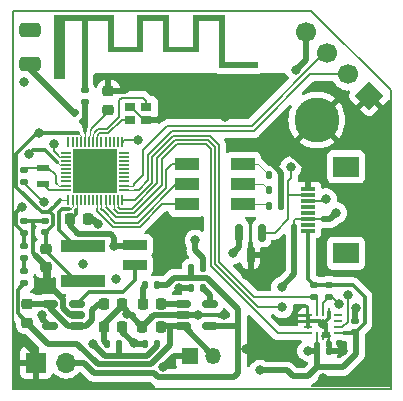
<source format=gbr>
G04 #@! TF.GenerationSoftware,KiCad,Pcbnew,7.0.2-6a45011f42~172~ubuntu22.04.1*
G04 #@! TF.CreationDate,2023-08-24T18:49:15+02:00*
G04 #@! TF.ProjectId,CH582,43483538-322e-46b6-9963-61645f706362,rev?*
G04 #@! TF.SameCoordinates,Original*
G04 #@! TF.FileFunction,Profile,NP*
%FSLAX46Y46*%
G04 Gerber Fmt 4.6, Leading zero omitted, Abs format (unit mm)*
G04 Created by KiCad (PCBNEW 7.0.2-6a45011f42~172~ubuntu22.04.1) date 2023-08-24 18:49:15*
%MOMM*%
%LPD*%
G01*
G04 APERTURE LIST*
G04 Aperture macros list*
%AMRoundRect*
0 Rectangle with rounded corners*
0 $1 Rounding radius*
0 $2 $3 $4 $5 $6 $7 $8 $9 X,Y pos of 4 corners*
0 Add a 4 corners polygon primitive as box body*
4,1,4,$2,$3,$4,$5,$6,$7,$8,$9,$2,$3,0*
0 Add four circle primitives for the rounded corners*
1,1,$1+$1,$2,$3*
1,1,$1+$1,$4,$5*
1,1,$1+$1,$6,$7*
1,1,$1+$1,$8,$9*
0 Add four rect primitives between the rounded corners*
20,1,$1+$1,$2,$3,$4,$5,0*
20,1,$1+$1,$4,$5,$6,$7,0*
20,1,$1+$1,$6,$7,$8,$9,0*
20,1,$1+$1,$8,$9,$2,$3,0*%
%AMHorizOval*
0 Thick line with rounded ends*
0 $1 width*
0 $2 $3 position (X,Y) of the first rounded end (center of the circle)*
0 $4 $5 position (X,Y) of the second rounded end (center of the circle)*
0 Add line between two ends*
20,1,$1,$2,$3,$4,$5,0*
0 Add two circle primitives to create the rounded ends*
1,1,$1,$2,$3*
1,1,$1,$4,$5*%
%AMRotRect*
0 Rectangle, with rotation*
0 The origin of the aperture is its center*
0 $1 length*
0 $2 width*
0 $3 Rotation angle, in degrees counterclockwise*
0 Add horizontal line*
21,1,$1,$2,0,0,$3*%
G04 Aperture macros list end*
G04 #@! TA.AperFunction,Profile*
%ADD10C,0.200000*%
G04 #@! TD*
G04 #@! TA.AperFunction,NonConductor*
%ADD11C,0.200000*%
G04 #@! TD*
G04 #@! TA.AperFunction,NonConductor*
%ADD12C,0.000000*%
G04 #@! TD*
G04 #@! TA.AperFunction,SMDPad,CuDef*
%ADD13R,0.900000X0.800000*%
G04 #@! TD*
G04 #@! TA.AperFunction,SMDPad,CuDef*
%ADD14R,1.100000X0.600000*%
G04 #@! TD*
G04 #@! TA.AperFunction,SMDPad,CuDef*
%ADD15R,3.700000X1.100000*%
G04 #@! TD*
G04 #@! TA.AperFunction,SMDPad,CuDef*
%ADD16R,2.000000X0.850000*%
G04 #@! TD*
G04 #@! TA.AperFunction,ConnectorPad*
%ADD17C,3.800000*%
G04 #@! TD*
G04 #@! TA.AperFunction,ComponentPad*
%ADD18C,2.600000*%
G04 #@! TD*
G04 #@! TA.AperFunction,SMDPad,CuDef*
%ADD19R,0.675000X0.250000*%
G04 #@! TD*
G04 #@! TA.AperFunction,SMDPad,CuDef*
%ADD20R,0.250000X0.675000*%
G04 #@! TD*
G04 #@! TA.AperFunction,SMDPad,CuDef*
%ADD21R,2.200000X1.800000*%
G04 #@! TD*
G04 #@! TA.AperFunction,SMDPad,CuDef*
%ADD22R,1.300000X0.300000*%
G04 #@! TD*
G04 #@! TA.AperFunction,ConnectorPad*
%ADD23R,0.500000X0.500000*%
G04 #@! TD*
G04 #@! TA.AperFunction,ComponentPad*
%ADD24R,0.900000X0.500000*%
G04 #@! TD*
G04 #@! TA.AperFunction,SMDPad,CuDef*
%ADD25RoundRect,0.135000X0.135000X0.185000X-0.135000X0.185000X-0.135000X-0.185000X0.135000X-0.185000X0*%
G04 #@! TD*
G04 #@! TA.AperFunction,SMDPad,CuDef*
%ADD26RoundRect,0.150000X-0.150000X0.587500X-0.150000X-0.587500X0.150000X-0.587500X0.150000X0.587500X0*%
G04 #@! TD*
G04 #@! TA.AperFunction,ComponentPad*
%ADD27R,1.700000X1.700000*%
G04 #@! TD*
G04 #@! TA.AperFunction,ComponentPad*
%ADD28O,1.700000X1.700000*%
G04 #@! TD*
G04 #@! TA.AperFunction,SMDPad,CuDef*
%ADD29RoundRect,0.140000X-0.170000X0.140000X-0.170000X-0.140000X0.170000X-0.140000X0.170000X0.140000X0*%
G04 #@! TD*
G04 #@! TA.AperFunction,SMDPad,CuDef*
%ADD30RoundRect,0.225000X0.250000X-0.225000X0.250000X0.225000X-0.250000X0.225000X-0.250000X-0.225000X0*%
G04 #@! TD*
G04 #@! TA.AperFunction,SMDPad,CuDef*
%ADD31RoundRect,0.135000X-0.135000X-0.185000X0.135000X-0.185000X0.135000X0.185000X-0.135000X0.185000X0*%
G04 #@! TD*
G04 #@! TA.AperFunction,SMDPad,CuDef*
%ADD32RoundRect,0.225000X0.225000X0.250000X-0.225000X0.250000X-0.225000X-0.250000X0.225000X-0.250000X0*%
G04 #@! TD*
G04 #@! TA.AperFunction,SMDPad,CuDef*
%ADD33RoundRect,0.250000X0.650000X-0.350000X0.650000X0.350000X-0.650000X0.350000X-0.650000X-0.350000X0*%
G04 #@! TD*
G04 #@! TA.AperFunction,SMDPad,CuDef*
%ADD34RoundRect,0.140000X0.140000X0.170000X-0.140000X0.170000X-0.140000X-0.170000X0.140000X-0.170000X0*%
G04 #@! TD*
G04 #@! TA.AperFunction,ComponentPad*
%ADD35C,0.500000*%
G04 #@! TD*
G04 #@! TA.AperFunction,SMDPad,CuDef*
%ADD36R,3.700000X3.700000*%
G04 #@! TD*
G04 #@! TA.AperFunction,SMDPad,CuDef*
%ADD37RoundRect,0.050000X0.350000X-0.050000X0.350000X0.050000X-0.350000X0.050000X-0.350000X-0.050000X0*%
G04 #@! TD*
G04 #@! TA.AperFunction,SMDPad,CuDef*
%ADD38RoundRect,0.050000X0.050000X-0.350000X0.050000X0.350000X-0.050000X0.350000X-0.050000X-0.350000X0*%
G04 #@! TD*
G04 #@! TA.AperFunction,ComponentPad*
%ADD39R,1.350000X1.350000*%
G04 #@! TD*
G04 #@! TA.AperFunction,ComponentPad*
%ADD40O,1.350000X1.350000*%
G04 #@! TD*
G04 #@! TA.AperFunction,SMDPad,CuDef*
%ADD41R,2.000000X1.100000*%
G04 #@! TD*
G04 #@! TA.AperFunction,SMDPad,CuDef*
%ADD42RoundRect,0.218750X0.218750X0.256250X-0.218750X0.256250X-0.218750X-0.256250X0.218750X-0.256250X0*%
G04 #@! TD*
G04 #@! TA.AperFunction,SMDPad,CuDef*
%ADD43RoundRect,0.135000X0.226274X0.035355X0.035355X0.226274X-0.226274X-0.035355X-0.035355X-0.226274X0*%
G04 #@! TD*
G04 #@! TA.AperFunction,SMDPad,CuDef*
%ADD44RoundRect,0.150000X-0.512500X-0.150000X0.512500X-0.150000X0.512500X0.150000X-0.512500X0.150000X0*%
G04 #@! TD*
G04 #@! TA.AperFunction,SMDPad,CuDef*
%ADD45RoundRect,0.135000X0.185000X-0.135000X0.185000X0.135000X-0.185000X0.135000X-0.185000X-0.135000X0*%
G04 #@! TD*
G04 #@! TA.AperFunction,ComponentPad*
%ADD46RotRect,1.700000X1.700000X225.000000*%
G04 #@! TD*
G04 #@! TA.AperFunction,ComponentPad*
%ADD47HorizOval,1.700000X0.000000X0.000000X0.000000X0.000000X0*%
G04 #@! TD*
G04 #@! TA.AperFunction,SMDPad,CuDef*
%ADD48RoundRect,0.225000X-0.225000X-0.250000X0.225000X-0.250000X0.225000X0.250000X-0.225000X0.250000X0*%
G04 #@! TD*
G04 #@! TA.AperFunction,SMDPad,CuDef*
%ADD49RoundRect,0.218750X-0.256250X0.218750X-0.256250X-0.218750X0.256250X-0.218750X0.256250X0.218750X0*%
G04 #@! TD*
G04 #@! TA.AperFunction,SMDPad,CuDef*
%ADD50RoundRect,0.225000X-0.250000X0.225000X-0.250000X-0.225000X0.250000X-0.225000X0.250000X0.225000X0*%
G04 #@! TD*
G04 #@! TA.AperFunction,SMDPad,CuDef*
%ADD51RoundRect,0.150000X0.512500X0.150000X-0.512500X0.150000X-0.512500X-0.150000X0.512500X-0.150000X0*%
G04 #@! TD*
G04 #@! TA.AperFunction,SMDPad,CuDef*
%ADD52RoundRect,0.135000X-0.185000X0.135000X-0.185000X-0.135000X0.185000X-0.135000X0.185000X0.135000X0*%
G04 #@! TD*
G04 #@! TA.AperFunction,ViaPad*
%ADD53C,0.800000*%
G04 #@! TD*
G04 #@! TA.AperFunction,Conductor*
%ADD54C,0.170000*%
G04 #@! TD*
G04 #@! TA.AperFunction,Conductor*
%ADD55C,0.100000*%
G04 #@! TD*
G04 #@! TA.AperFunction,Conductor*
%ADD56C,0.320000*%
G04 #@! TD*
G04 #@! TA.AperFunction,Conductor*
%ADD57C,0.500000*%
G04 #@! TD*
%ADD58C,0.350000*%
%ADD59C,0.300000*%
%ADD60C,0.200000*%
G04 APERTURE END LIST*
D10*
X47000000Y-21750000D02*
X47000000Y-47000000D01*
X15000000Y-47000000D01*
X15000000Y-15000000D01*
X40250000Y-15000000D01*
X47000000Y-21750000D01*
D11*
X24938500Y-23135500D02*
X26289000Y-24384000D01*
G04 #@! TA.AperFunction,NonConductor*
G36*
X35814000Y-19354800D02*
G01*
X32461200Y-19354800D01*
X32461200Y-19837400D01*
X35814000Y-19837400D01*
X35814000Y-19354800D01*
G37*
G04 #@! TD.AperFunction*
D12*
G04 #@! TA.AperFunction,NonConductor*
G36*
X21180000Y-25470000D02*
G01*
X21090000Y-25470000D01*
X20880000Y-24730000D01*
X21370000Y-24730000D01*
X21180000Y-25470000D01*
G37*
G04 #@! TD.AperFunction*
G04 #@! TA.AperFunction,EtchedComponent*
G36*
X23550000Y-18040000D02*
G01*
X25550000Y-18040000D01*
X25550000Y-15400000D01*
X28250000Y-15400000D01*
X28250000Y-18040000D01*
X30250000Y-18040000D01*
X30250000Y-15400000D01*
X32950000Y-15400000D01*
X32950000Y-19840000D01*
X32450000Y-19840000D01*
X32450000Y-15900000D01*
X30750000Y-15900000D01*
X30750000Y-18540000D01*
X27750000Y-18540000D01*
X27750000Y-15900000D01*
X26050000Y-15900000D01*
X26050000Y-18540000D01*
X23050000Y-18540000D01*
X23050000Y-15900000D01*
X21350000Y-15900000D01*
X21350000Y-20800000D01*
X20850000Y-20800000D01*
X20850000Y-15900000D01*
X19450000Y-15900000D01*
X19450000Y-20800000D01*
X18550000Y-20800000D01*
X18550000Y-20556785D01*
X18852417Y-20556785D01*
X18862258Y-20604395D01*
X18886326Y-20646797D01*
X18924269Y-20679581D01*
X18932181Y-20683935D01*
X18974844Y-20696043D01*
X19023363Y-20695300D01*
X19068878Y-20682400D01*
X19087489Y-20671787D01*
X19121132Y-20636553D01*
X19141691Y-20591368D01*
X19148222Y-20541842D01*
X19139782Y-20493583D01*
X19122888Y-20461357D01*
X19087628Y-20428687D01*
X19042318Y-20408592D01*
X18992733Y-20402018D01*
X18944647Y-20409908D01*
X18911755Y-20426814D01*
X18876815Y-20463584D01*
X18857153Y-20508378D01*
X18852417Y-20556785D01*
X18550000Y-20556785D01*
X18550000Y-15400000D01*
X23550000Y-15400000D01*
X23550000Y-18040000D01*
G37*
G04 #@! TD.AperFunction*
D13*
X26337000Y-24257000D03*
X24937000Y-24257000D03*
X24937000Y-23157000D03*
X26337000Y-23157000D03*
D14*
X17600000Y-29700000D03*
X17600000Y-28300000D03*
D15*
X21000000Y-34900000D03*
X21000000Y-37900000D03*
D16*
X25400000Y-34862000D03*
X25400000Y-36512000D03*
D17*
X40767000Y-24257000D03*
D18*
X40767000Y-24257000D03*
D19*
X39999200Y-40787800D03*
X39999200Y-41287800D03*
X39999200Y-41787800D03*
X39999200Y-42287800D03*
D20*
X40761700Y-42550300D03*
X41261700Y-42550300D03*
X41761700Y-42550300D03*
D19*
X42524200Y-42287800D03*
X42524200Y-41787800D03*
X42524200Y-41287800D03*
X42524200Y-40787800D03*
D20*
X41761700Y-40525300D03*
X41261700Y-40525300D03*
X40761700Y-40525300D03*
D21*
X43250000Y-28227000D03*
X43250000Y-35527000D03*
D22*
X40000000Y-30127000D03*
X40000000Y-30627000D03*
X40000000Y-31127000D03*
X40000000Y-31627000D03*
X40000000Y-32127000D03*
X40000000Y-32627000D03*
X40000000Y-33127000D03*
X40000000Y-33627000D03*
D23*
X21100000Y-20550000D03*
D24*
X19000000Y-20550000D03*
D25*
X30097000Y-36830000D03*
X31117000Y-36830000D03*
D26*
X36100000Y-33800000D03*
X34200000Y-33800000D03*
X35150000Y-35675000D03*
D27*
X17000000Y-44800000D03*
D28*
X19540000Y-44800000D03*
D29*
X44000000Y-41239100D03*
X44000000Y-42199100D03*
D25*
X37721000Y-31500000D03*
X36701000Y-31500000D03*
D30*
X17849200Y-36716000D03*
X17849200Y-35166000D03*
D31*
X26240000Y-38250000D03*
X27260000Y-38250000D03*
D32*
X21375000Y-32639000D03*
X19825000Y-32639000D03*
D25*
X37721000Y-28956000D03*
X36701000Y-28956000D03*
D33*
X16500000Y-16637800D03*
X16500000Y-19537800D03*
D34*
X41764500Y-43776500D03*
X40804500Y-43776500D03*
D35*
X23605482Y-26987800D03*
X22538815Y-26987800D03*
X21472149Y-26987800D03*
X20405482Y-26987800D03*
X23605482Y-28054467D03*
X22538815Y-28054467D03*
X21472149Y-28054467D03*
X20405482Y-28054467D03*
D36*
X22005482Y-28587800D03*
D35*
X23605482Y-29121133D03*
X22538815Y-29121133D03*
X21472149Y-29121133D03*
X20405482Y-29121133D03*
X23605482Y-30187800D03*
X22538815Y-30187800D03*
X21472149Y-30187800D03*
X20405482Y-30187800D03*
D37*
X19555482Y-30162800D03*
X19555482Y-29812800D03*
X19555482Y-29462800D03*
X19555482Y-29112800D03*
X19555482Y-28762800D03*
X19555482Y-28412800D03*
X19555482Y-28062800D03*
X19555482Y-27712800D03*
X19555482Y-27362800D03*
X19555482Y-27012800D03*
D38*
X19730482Y-26137800D03*
X20080482Y-26137800D03*
X20430482Y-26137800D03*
X20780482Y-26137800D03*
X21130482Y-26137800D03*
X21480482Y-26137800D03*
X21830482Y-26137800D03*
X22180482Y-26137800D03*
X22530482Y-26137800D03*
X22880482Y-26137800D03*
X23230482Y-26137800D03*
X23580482Y-26137800D03*
X23930482Y-26137800D03*
X24280482Y-26137800D03*
D37*
X24455482Y-27012800D03*
X24455482Y-27362800D03*
X24455482Y-27712800D03*
X24455482Y-28062800D03*
X24455482Y-28412800D03*
X24455482Y-28762800D03*
X24455482Y-29112800D03*
X24455482Y-29462800D03*
X24455482Y-29812800D03*
X24455482Y-30162800D03*
D38*
X24280482Y-31037800D03*
X23930482Y-31037800D03*
X23580482Y-31037800D03*
X23230482Y-31037800D03*
X22880482Y-31037800D03*
X22530482Y-31037800D03*
X22180482Y-31037800D03*
X21830482Y-31037800D03*
X21480482Y-31037800D03*
X21130482Y-31037800D03*
X20780482Y-31037800D03*
X20430482Y-31037800D03*
X20080482Y-31037800D03*
X19730482Y-31037800D03*
D39*
X30000000Y-44200000D03*
D40*
X32000000Y-44200000D03*
D41*
X34531000Y-31400000D03*
X34531000Y-29700000D03*
X34531000Y-28000000D03*
X29731000Y-28000000D03*
X29731000Y-29700000D03*
X29731000Y-31400000D03*
D42*
X27587500Y-39800000D03*
X26012500Y-39800000D03*
D25*
X37721000Y-30226000D03*
X36701000Y-30226000D03*
D29*
X17780000Y-32794000D03*
X17780000Y-33754000D03*
D31*
X30097000Y-38481000D03*
X31117000Y-38481000D03*
D43*
X20971248Y-24360624D03*
X20250000Y-23639376D03*
D44*
X29424200Y-39837800D03*
X29424200Y-40787800D03*
X29424200Y-41737800D03*
X31699200Y-41737800D03*
X31699200Y-39837800D03*
D25*
X27260000Y-43250000D03*
X26240000Y-43250000D03*
D45*
X16002000Y-33827800D03*
X16002000Y-32807800D03*
D46*
X45200000Y-22200000D03*
D47*
X43403949Y-20403949D03*
X41607898Y-18607898D03*
X39811846Y-16811846D03*
D48*
X22725000Y-41750000D03*
X24275000Y-41750000D03*
D32*
X24275000Y-39800000D03*
X22725000Y-39800000D03*
D49*
X16256000Y-39852500D03*
X16256000Y-41427500D03*
D50*
X23114000Y-21831000D03*
X23114000Y-23381000D03*
D51*
X20441500Y-41717000D03*
X20441500Y-40767000D03*
X20441500Y-39817000D03*
X18166500Y-39817000D03*
X18166500Y-41717000D03*
D52*
X41767900Y-38251300D03*
X41767900Y-39271300D03*
D48*
X26002100Y-41753000D03*
X27552100Y-41753000D03*
D45*
X16002000Y-38027800D03*
X16002000Y-37007800D03*
X16002000Y-35937800D03*
X16002000Y-34917800D03*
X16000000Y-29510000D03*
X16000000Y-28490000D03*
D52*
X40525100Y-38261300D03*
X40525100Y-39281300D03*
D31*
X22990000Y-43250000D03*
X24010000Y-43250000D03*
D52*
X21125000Y-21740000D03*
X21125000Y-22760000D03*
D53*
X27590750Y-36417250D03*
X17222200Y-25377800D03*
X40005000Y-43815000D03*
X15494000Y-46355000D03*
X33020000Y-24003000D03*
X46101000Y-32258000D03*
X46101000Y-26670000D03*
X23749000Y-37719000D03*
X20955000Y-36449000D03*
X20955000Y-46355000D03*
X34798000Y-43688000D03*
X39370000Y-44831000D03*
X41275000Y-46101000D03*
X46101000Y-38481000D03*
X46101000Y-42418000D03*
X46101000Y-46101000D03*
X16002000Y-21082000D03*
X34290000Y-21082000D03*
X29718000Y-21082000D03*
X27686000Y-24003000D03*
X41550500Y-30929361D03*
X32893000Y-40767000D03*
X29083000Y-38481000D03*
X22225000Y-33050500D03*
X30734000Y-40767000D03*
X24683071Y-40696081D03*
X18034000Y-38100000D03*
X30480000Y-34433500D03*
X33655000Y-35560000D03*
X37846000Y-40132000D03*
X42672000Y-39878000D03*
X25273000Y-21082000D03*
X17517709Y-40754353D03*
X21800000Y-43200000D03*
X35941000Y-45466000D03*
X42418000Y-32131000D03*
X37800000Y-38400000D03*
X34800000Y-37400000D03*
X25654000Y-25982961D03*
X38578812Y-28223188D03*
X36957000Y-27559000D03*
X18496356Y-26289000D03*
X15800000Y-31600000D03*
X16357798Y-27134299D03*
X27698000Y-45200000D03*
X44049500Y-40200000D03*
X43000000Y-43800000D03*
X43434000Y-39116000D03*
X41275000Y-41529000D03*
X15875000Y-43000000D03*
X23622000Y-34925000D03*
X25273000Y-43170500D03*
X39014266Y-20014266D03*
X17653000Y-31200000D03*
D54*
X43403949Y-20403949D02*
X40218315Y-20403949D01*
X28483221Y-25192000D02*
X26441498Y-27233723D01*
X40218315Y-20403949D02*
X35430264Y-25192000D01*
X35430264Y-25192000D02*
X28483221Y-25192000D01*
X26441498Y-27233723D02*
X26441498Y-29372632D01*
X26441498Y-29372632D02*
X25666330Y-30147800D01*
X25666330Y-30147800D02*
X25273000Y-30147800D01*
D55*
X20080482Y-31037800D02*
X20080482Y-31578036D01*
X20080482Y-31578036D02*
X19930673Y-31727845D01*
X19930673Y-31727845D02*
X19930673Y-31787664D01*
X19930673Y-31787664D02*
X19918337Y-31800000D01*
X19918337Y-31800000D02*
X19820673Y-31800000D01*
D56*
X21000000Y-34900000D02*
X20288893Y-34900000D01*
X20288893Y-34900000D02*
X18970000Y-33581107D01*
X18970000Y-33581107D02*
X18970000Y-32030000D01*
X18970000Y-32030000D02*
X19200000Y-31800000D01*
X19200000Y-31800000D02*
X19820673Y-31800000D01*
X19825000Y-32639000D02*
X19939000Y-32639000D01*
X19939000Y-32639000D02*
X20340673Y-32237327D01*
X20340673Y-32237327D02*
X20340673Y-31897673D01*
D57*
X21813500Y-32639000D02*
X21375000Y-32639000D01*
X22225000Y-33050500D02*
X21813500Y-32639000D01*
D54*
X29731000Y-31400000D02*
X27685520Y-31400000D01*
X27685520Y-31400000D02*
X25776519Y-33309000D01*
X25776519Y-33309000D02*
X23523442Y-33309000D01*
X23523442Y-33309000D02*
X22577442Y-32363000D01*
X22577442Y-32363000D02*
X22573963Y-32363000D01*
X22573963Y-32363000D02*
X22160482Y-31949519D01*
X22160482Y-31949519D02*
X22160482Y-31667518D01*
D55*
X22180482Y-31037800D02*
X22180482Y-31667518D01*
D54*
X39999200Y-42287800D02*
X37441281Y-42287800D01*
X37441281Y-42287800D02*
X31761000Y-36607519D01*
X31388740Y-26324000D02*
X28921000Y-26324000D01*
X31761000Y-36607519D02*
X31761000Y-26696260D01*
X28921000Y-26324000D02*
X27652026Y-27592974D01*
X23580482Y-31796260D02*
X23580482Y-31780482D01*
X31761000Y-26696260D02*
X31388740Y-26324000D01*
X23919223Y-32135000D02*
X23580482Y-31796260D01*
X27652026Y-27592974D02*
X27652026Y-29767234D01*
X27652026Y-29767234D02*
X25284259Y-32135000D01*
X25284259Y-32135000D02*
X23919223Y-32135000D01*
X29731000Y-29700000D02*
X28862260Y-29700000D01*
X28862260Y-29700000D02*
X25623260Y-32939000D01*
X25623260Y-32939000D02*
X23676702Y-32939000D01*
X23676702Y-32939000D02*
X22730702Y-31993000D01*
X22730702Y-31993000D02*
X22727223Y-31993000D01*
X22727223Y-31993000D02*
X22530482Y-31796259D01*
X22530482Y-31796259D02*
X22530482Y-31750000D01*
D55*
X22530482Y-31037800D02*
X22530482Y-31750000D01*
D54*
X22883962Y-31623000D02*
X23765962Y-32505000D01*
X22880482Y-31623000D02*
X22883962Y-31623000D01*
X23765962Y-32505000D02*
X25534000Y-32505000D01*
X25534000Y-32505000D02*
X28022026Y-30016974D01*
X28022026Y-30016974D02*
X28022026Y-28492974D01*
X28022026Y-28492974D02*
X28515000Y-28000000D01*
X28515000Y-28000000D02*
X29731000Y-28000000D01*
D55*
X22880482Y-31037800D02*
X22880482Y-31623000D01*
X24937000Y-23157000D02*
X25045000Y-23157000D01*
X26145000Y-24257000D02*
X26337000Y-24257000D01*
X25045000Y-23157000D02*
X26145000Y-24257000D01*
D54*
X26071498Y-28919502D02*
X25273000Y-29718000D01*
X26071498Y-26760502D02*
X26071498Y-28919502D01*
X28067000Y-24765000D02*
X26071498Y-26760502D01*
X41389371Y-18607898D02*
X35232269Y-24765000D01*
X35232269Y-24765000D02*
X28067000Y-24765000D01*
X41607898Y-18607898D02*
X41389371Y-18607898D01*
D55*
X24455482Y-30162800D02*
X25209200Y-30162800D01*
X25209200Y-30162800D02*
X25273000Y-30099000D01*
D54*
X40525100Y-39281300D02*
X35481300Y-39281300D01*
X32501000Y-26389740D02*
X31695258Y-25584000D01*
X28614480Y-25584000D02*
X26811498Y-27386982D01*
X35481300Y-39281300D02*
X32501000Y-36301000D01*
X32501000Y-36301000D02*
X32501000Y-26389740D01*
X26811498Y-27386982D02*
X26811498Y-29561242D01*
X26811498Y-29561242D02*
X25334940Y-31037800D01*
X31695258Y-25584000D02*
X28614480Y-25584000D01*
X25334940Y-31037800D02*
X24315482Y-31037800D01*
X37846000Y-40132000D02*
X35808740Y-40132000D01*
X35808740Y-40132000D02*
X32131000Y-36454260D01*
X32131000Y-36454260D02*
X32131000Y-26543000D01*
X27265000Y-27456740D02*
X27265000Y-29631000D01*
X32131000Y-26543000D02*
X31541999Y-25954000D01*
X31541999Y-25954000D02*
X28767740Y-25954000D01*
X27265000Y-29631000D02*
X25131000Y-31765000D01*
X28767740Y-25954000D02*
X27265000Y-27456740D01*
X24072482Y-31765000D02*
X23930482Y-31623000D01*
X25131000Y-31765000D02*
X24072482Y-31765000D01*
D55*
X24455482Y-29812800D02*
X25178200Y-29812800D01*
X25178200Y-29812800D02*
X25273000Y-29718000D01*
D54*
X25654000Y-25982961D02*
X24435321Y-25982961D01*
X24315482Y-26102800D02*
X24315482Y-26137800D01*
X24435321Y-25982961D02*
X24315482Y-26102800D01*
D57*
X39014266Y-20014266D02*
X39811846Y-19216686D01*
X39811846Y-19216686D02*
X39811846Y-16811846D01*
X36957000Y-27559000D02*
X37465000Y-27051000D01*
X40000000Y-28443000D02*
X40000000Y-30027000D01*
X37465000Y-27051000D02*
X38608000Y-27051000D01*
X38608000Y-27051000D02*
X40000000Y-28443000D01*
D56*
X40000000Y-37736200D02*
X40000000Y-33637000D01*
D57*
X41910000Y-32639000D02*
X41275000Y-32639000D01*
X42418000Y-32131000D02*
X41910000Y-32639000D01*
D54*
X41352861Y-31127000D02*
X40000000Y-31127000D01*
X41550500Y-30929361D02*
X41352861Y-31127000D01*
X40000000Y-32627000D02*
X41263000Y-32627000D01*
X41263000Y-32627000D02*
X41275000Y-32639000D01*
X38862000Y-33274000D02*
X38862000Y-32766000D01*
X38862000Y-32766000D02*
X39001000Y-32627000D01*
X39001000Y-32627000D02*
X40000000Y-32627000D01*
D57*
X38862000Y-33274000D02*
X38862000Y-37338000D01*
X38862000Y-37338000D02*
X37800000Y-38400000D01*
D54*
X38327000Y-30607000D02*
X38327000Y-29432624D01*
X38327000Y-29432624D02*
X38578812Y-29180812D01*
X38578812Y-29180812D02*
X38578812Y-28223188D01*
X38347000Y-30627000D02*
X40000000Y-30627000D01*
X38327000Y-32666000D02*
X38327000Y-30607000D01*
X38327000Y-30607000D02*
X38347000Y-30627000D01*
D57*
X25337000Y-34925000D02*
X25400000Y-34862000D01*
X23622000Y-34925000D02*
X25337000Y-34925000D01*
D56*
X25400000Y-37794000D02*
X25400000Y-36512000D01*
X20441500Y-39817000D02*
X21448500Y-38810000D01*
X21448500Y-38810000D02*
X24384000Y-38810000D01*
X24384000Y-38810000D02*
X25400000Y-37794000D01*
D57*
X22606000Y-33900000D02*
X20565000Y-33900000D01*
X23622000Y-34925000D02*
X23622000Y-34222000D01*
X23622000Y-34222000D02*
X23300000Y-33900000D01*
X23300000Y-33900000D02*
X22606000Y-33900000D01*
X20565000Y-33900000D02*
X19825000Y-33160000D01*
X19825000Y-33160000D02*
X19825000Y-32639000D01*
D56*
X17849200Y-35166000D02*
X17849200Y-35375200D01*
X17849200Y-35375200D02*
X20374000Y-37900000D01*
X20374000Y-37900000D02*
X21000000Y-37900000D01*
X17849200Y-35166000D02*
X17849200Y-33823200D01*
X17849200Y-33823200D02*
X17780000Y-33754000D01*
X17780000Y-33754000D02*
X17837107Y-33754000D01*
X17837107Y-33754000D02*
X18450000Y-33141107D01*
X18450000Y-33141107D02*
X18450000Y-32293000D01*
X18450000Y-32293000D02*
X18122400Y-31965400D01*
D55*
X34531000Y-29700000D02*
X36175000Y-29700000D01*
X36175000Y-29700000D02*
X36701000Y-30226000D01*
X34531000Y-28000000D02*
X35745000Y-28000000D01*
X35745000Y-28000000D02*
X36701000Y-28956000D01*
D57*
X36957000Y-27559000D02*
X36957000Y-27940000D01*
X36957000Y-27940000D02*
X37721000Y-28704000D01*
X37721000Y-28704000D02*
X37721000Y-31500000D01*
D55*
X36601000Y-31400000D02*
X36701000Y-31500000D01*
X34531000Y-31400000D02*
X36601000Y-31400000D01*
D54*
X36100000Y-33800000D02*
X37193000Y-33800000D01*
X37193000Y-33800000D02*
X38327000Y-32666000D01*
D57*
X30480000Y-34433500D02*
X30480000Y-35306000D01*
X30480000Y-35306000D02*
X31117000Y-35943000D01*
X31117000Y-35943000D02*
X31117000Y-36830000D01*
X30099000Y-37600000D02*
X31504000Y-37600000D01*
X28692000Y-37600000D02*
X30099000Y-37600000D01*
X30099000Y-36832000D02*
X30097000Y-36830000D01*
X30099000Y-37600000D02*
X30099000Y-36832000D01*
X27260000Y-38250000D02*
X28042000Y-38250000D01*
X31504000Y-37600000D02*
X34124000Y-40220000D01*
X28042000Y-38250000D02*
X28692000Y-37600000D01*
X33750000Y-46050000D02*
X27345918Y-46050000D01*
X34124000Y-40220000D02*
X34124000Y-45676000D01*
X34124000Y-45676000D02*
X33750000Y-46050000D01*
X27345918Y-46050000D02*
X26953918Y-45658000D01*
X26953918Y-45658000D02*
X21909000Y-45658000D01*
X21909000Y-45658000D02*
X21051000Y-44800000D01*
X21051000Y-44800000D02*
X19540000Y-44800000D01*
D56*
X17780000Y-32794000D02*
X16764000Y-32794000D01*
X16764000Y-32794000D02*
X16015800Y-32794000D01*
X16764000Y-32794000D02*
X16764000Y-35560000D01*
X16764000Y-35560000D02*
X16891000Y-35687000D01*
X16015800Y-32794000D02*
X16002000Y-32807800D01*
X18006000Y-32081800D02*
X18566900Y-31520900D01*
X18566900Y-31520900D02*
X19050000Y-31037800D01*
D57*
X17849200Y-36716000D02*
X17849200Y-36645200D01*
X17849200Y-36645200D02*
X16891000Y-35687000D01*
X18034000Y-38100000D02*
X18034000Y-36900800D01*
X18034000Y-36900800D02*
X17849200Y-36716000D01*
D56*
X16357798Y-27134299D02*
X16695097Y-26797000D01*
X16695097Y-26797000D02*
X17780000Y-26797000D01*
X17780000Y-26797000D02*
X18796000Y-27813000D01*
X18006000Y-32081800D02*
X17459997Y-32081800D01*
X17459997Y-32081800D02*
X15400000Y-30021803D01*
X15400000Y-30021803D02*
X15400000Y-30000000D01*
X15320000Y-29920000D02*
X15320000Y-27098000D01*
X15400000Y-30000000D02*
X15320000Y-29920000D01*
X17040200Y-25377800D02*
X17222200Y-25377800D01*
X15320000Y-27098000D02*
X17040200Y-25377800D01*
D54*
X18496356Y-26289000D02*
X18496356Y-26884030D01*
X18496356Y-26884030D02*
X18856663Y-27244337D01*
D57*
X40804500Y-43776500D02*
X40043500Y-43776500D01*
X40043500Y-43776500D02*
X40005000Y-43815000D01*
X25273000Y-43170500D02*
X25352500Y-43250000D01*
X25273000Y-43170500D02*
X25263500Y-43170500D01*
X25263500Y-43170500D02*
X24275000Y-42182000D01*
X24275000Y-42182000D02*
X24275000Y-41750000D01*
X25352500Y-43250000D02*
X26240000Y-43250000D01*
D56*
X16002000Y-37007800D02*
X16002000Y-35937800D01*
X16002000Y-34917800D02*
X16002000Y-33827800D01*
X16002000Y-38027800D02*
X15421000Y-38608800D01*
X15421000Y-38608800D02*
X15421000Y-40592500D01*
X15421000Y-40592500D02*
X16256000Y-41427500D01*
D57*
X20441500Y-43200550D02*
X18029050Y-43200550D01*
X18029050Y-43200550D02*
X16256000Y-41427500D01*
X15875000Y-43000000D02*
X17000000Y-44125000D01*
X17000000Y-44125000D02*
X17000000Y-44800000D01*
X17517709Y-41068209D02*
X18166500Y-41717000D01*
X17517709Y-40754353D02*
X17517709Y-41068209D01*
X20441500Y-41717000D02*
X19677528Y-41717000D01*
X19677528Y-41717000D02*
X18166500Y-40205972D01*
X18166500Y-40205972D02*
X18166500Y-39817000D01*
X16256000Y-39852500D02*
X18131000Y-39852500D01*
X18131000Y-39852500D02*
X18166500Y-39817000D01*
D54*
X40761700Y-42550300D02*
X40761700Y-43200000D01*
D57*
X21100000Y-19825000D02*
X21100000Y-21605000D01*
D55*
X19050000Y-31037800D02*
X19730482Y-31037800D01*
D56*
X44000000Y-42199100D02*
X44057107Y-42199100D01*
X44057107Y-42199100D02*
X44809500Y-41446707D01*
X44809500Y-41446707D02*
X44809500Y-39221500D01*
X43839300Y-38251300D02*
X40535100Y-38251300D01*
X40535100Y-38251300D02*
X40525100Y-38261300D01*
X44809500Y-39221500D02*
X43839300Y-38251300D01*
D54*
X41767900Y-39271300D02*
X42065300Y-39271300D01*
X42065300Y-39271300D02*
X42672000Y-39878000D01*
D55*
X21530482Y-25174999D02*
X21629502Y-25075979D01*
D54*
X23114000Y-23591481D02*
X21765240Y-24940240D01*
X21765240Y-24940240D02*
X21629502Y-25075979D01*
D55*
X21480482Y-25587800D02*
X21530482Y-25537800D01*
X21530482Y-25537800D02*
X21530482Y-25174999D01*
D54*
X23114000Y-23381000D02*
X23114000Y-23591481D01*
X26337000Y-23157000D02*
X26337000Y-22654000D01*
X24003000Y-22606000D02*
X24003000Y-23987740D01*
X26337000Y-22654000D02*
X26049000Y-22366000D01*
X26049000Y-22366000D02*
X24243000Y-22366000D01*
X24243000Y-22366000D02*
X24003000Y-22606000D01*
X24003000Y-23987740D02*
X22960740Y-25030000D01*
X22960740Y-25030000D02*
X22198740Y-25030000D01*
X22198740Y-25030000D02*
X21963370Y-25265371D01*
X22225000Y-25527000D02*
X22352000Y-25400000D01*
X22352000Y-25400000D02*
X23113999Y-25400000D01*
X23113999Y-25400000D02*
X24257000Y-24257000D01*
X24257000Y-24257000D02*
X24937000Y-24257000D01*
D55*
X22225000Y-25527000D02*
X22180482Y-25571518D01*
X22180482Y-25571518D02*
X22180482Y-26137800D01*
X21830482Y-25418782D02*
X21973632Y-25275632D01*
X21830482Y-26137800D02*
X21830482Y-25418782D01*
D54*
X17600000Y-28300000D02*
X18013000Y-28300000D01*
X18013000Y-28300000D02*
X18669000Y-28956000D01*
X18669000Y-28956000D02*
X18669000Y-29591000D01*
X18669000Y-29591000D02*
X18796000Y-29718000D01*
X17600000Y-29700000D02*
X18097800Y-30197800D01*
X18097800Y-30197800D02*
X19555482Y-30197800D01*
D55*
X18796000Y-29718000D02*
X18890800Y-29812800D01*
X18890800Y-29812800D02*
X19555482Y-29812800D01*
D54*
X16000000Y-28490000D02*
X16169000Y-28321000D01*
X16169000Y-28321000D02*
X17579000Y-28321000D01*
X17579000Y-28321000D02*
X17600000Y-28300000D01*
X17653000Y-31200000D02*
X17611000Y-31200000D01*
X17611000Y-31200000D02*
X16000000Y-29589000D01*
X16000000Y-29589000D02*
X16000000Y-29510000D01*
X42524200Y-41787800D02*
X42921200Y-41787800D01*
X42921200Y-41787800D02*
X43364500Y-41344500D01*
X43364500Y-41344500D02*
X43364500Y-39185500D01*
X43364500Y-39185500D02*
X43434000Y-39116000D01*
X43053000Y-42287800D02*
X42524200Y-42287800D01*
D56*
X43053000Y-42287800D02*
X43911300Y-42287800D01*
X43911300Y-42287800D02*
X44000000Y-42199100D01*
D57*
X26002100Y-41753000D02*
X26967300Y-40787800D01*
X26967300Y-40787800D02*
X29424200Y-40787800D01*
X35941000Y-45466000D02*
X38227000Y-45466000D01*
X38227000Y-45466000D02*
X38735000Y-45974000D01*
X38735000Y-45974000D02*
X40005000Y-45974000D01*
X40005000Y-45974000D02*
X40804500Y-45174500D01*
X27686000Y-24003000D02*
X27432000Y-24257000D01*
X27432000Y-24257000D02*
X26337000Y-24257000D01*
X25273000Y-21082000D02*
X24524000Y-21831000D01*
X24524000Y-21831000D02*
X23114000Y-21831000D01*
D55*
X21480482Y-26137800D02*
X21480482Y-25587800D01*
X19555482Y-27362800D02*
X18975126Y-27362800D01*
X18975126Y-27362800D02*
X18856663Y-27244337D01*
X23930482Y-31623000D02*
X23930482Y-31037800D01*
X23580482Y-31037800D02*
X23580482Y-31780482D01*
D57*
X33655000Y-35560000D02*
X34200000Y-35015000D01*
X34200000Y-35015000D02*
X34200000Y-33800000D01*
D54*
X40761700Y-40525300D02*
X40761700Y-39517900D01*
X40761700Y-39517900D02*
X40525100Y-39281300D01*
X41261700Y-39777500D02*
X41261700Y-40525300D01*
X41767900Y-39271300D02*
X41261700Y-39777500D01*
D57*
X42672000Y-39878000D02*
X42672000Y-39751000D01*
D56*
X40525100Y-38261300D02*
X40000000Y-37736200D01*
D57*
X42963500Y-45174500D02*
X44069000Y-44069000D01*
X40804500Y-45174500D02*
X42963500Y-45174500D01*
X44069000Y-44069000D02*
X44069000Y-42268100D01*
X40804500Y-43776500D02*
X40804500Y-45174500D01*
D56*
X41261700Y-42550300D02*
X41529000Y-42550300D01*
X41529000Y-42550300D02*
X41761700Y-42550300D01*
X41275000Y-41529000D02*
X41529000Y-41783000D01*
X41529000Y-41783000D02*
X41529000Y-42550300D01*
X41275000Y-41529000D02*
X41261700Y-41542300D01*
D57*
X26409365Y-44258000D02*
X24003000Y-44258000D01*
X24003000Y-44258000D02*
X22850685Y-44258000D01*
X24010000Y-43250000D02*
X24010000Y-44251000D01*
X24010000Y-44251000D02*
X24003000Y-44258000D01*
X27260000Y-43250000D02*
X27260000Y-43407365D01*
X21800000Y-43207315D02*
X21800000Y-43200000D01*
X27260000Y-43407365D02*
X26409365Y-44258000D01*
X22850685Y-44258000D02*
X21800000Y-43207315D01*
X28321000Y-41737800D02*
X28321000Y-43336315D01*
X28321000Y-43336315D02*
X26699315Y-44958000D01*
X26699315Y-44958000D02*
X22198950Y-44958000D01*
X22198950Y-44958000D02*
X20441500Y-43200550D01*
X20250000Y-23639376D02*
X20210376Y-23639376D01*
X20210376Y-23639376D02*
X16500000Y-19929000D01*
X16500000Y-19929000D02*
X16500000Y-19537800D01*
D55*
X20780482Y-26137800D02*
X20780482Y-25607972D01*
X20780482Y-25607972D02*
X20550310Y-25377800D01*
D56*
X17222200Y-25377800D02*
X20550310Y-25377800D01*
D55*
X20430482Y-31793782D02*
X20333632Y-31890632D01*
X20430482Y-31793782D02*
X20430482Y-31037800D01*
D57*
X40761700Y-43733700D02*
X40761700Y-43200000D01*
X31699200Y-39837800D02*
X31699200Y-39063200D01*
X31699200Y-39063200D02*
X31117000Y-38481000D01*
X30097000Y-38481000D02*
X29083000Y-38481000D01*
X27587500Y-39800000D02*
X29386400Y-39800000D01*
X29386400Y-39800000D02*
X29424200Y-39837800D01*
X26012500Y-39800000D02*
X26012500Y-38477500D01*
X26012500Y-38477500D02*
X26240000Y-38250000D01*
D55*
X19045800Y-28062800D02*
X18796000Y-27813000D01*
X19555482Y-28062800D02*
X19045800Y-28062800D01*
D56*
X15800000Y-31600000D02*
X15322000Y-32078000D01*
X15322000Y-32078000D02*
X15322000Y-33147800D01*
X15322000Y-33147800D02*
X16002000Y-33827800D01*
D57*
X20441500Y-41717000D02*
X21202264Y-41717000D01*
X21202264Y-41717000D02*
X21717000Y-41202264D01*
X21717000Y-41202264D02*
X21717000Y-40386000D01*
X21717000Y-40386000D02*
X22303000Y-39800000D01*
X22303000Y-39800000D02*
X22725000Y-39800000D01*
X18034000Y-38173472D02*
X19279000Y-39418472D01*
X18034000Y-38100000D02*
X18034000Y-38173472D01*
X19279000Y-39418472D02*
X19279000Y-40165528D01*
X19279000Y-40165528D02*
X19880472Y-40767000D01*
X19880472Y-40767000D02*
X20441500Y-40767000D01*
X27698000Y-45200000D02*
X28698000Y-44200000D01*
X28698000Y-44200000D02*
X30000000Y-44200000D01*
X28321000Y-41737800D02*
X27567300Y-41737800D01*
X29424200Y-41737800D02*
X28321000Y-41737800D01*
X27567300Y-41737800D02*
X27552100Y-41753000D01*
X29424200Y-41737800D02*
X29537800Y-41737800D01*
X29537800Y-41737800D02*
X32000000Y-44200000D01*
X31699200Y-41737800D02*
X33918200Y-41737800D01*
D55*
X34000000Y-41656000D02*
X34000000Y-41737800D01*
D57*
X34800000Y-37400000D02*
X35150000Y-37050000D01*
X35150000Y-37050000D02*
X35150000Y-35675000D01*
D56*
X39999200Y-41287800D02*
X41033800Y-41287800D01*
X41033800Y-41287800D02*
X41275000Y-41529000D01*
X39999200Y-40787800D02*
X39999200Y-41787800D01*
X41761700Y-40525300D02*
X41761700Y-41042300D01*
X41761700Y-41042300D02*
X41275000Y-41529000D01*
D57*
X44000000Y-41239100D02*
X44000000Y-40249500D01*
X44000000Y-40249500D02*
X44049500Y-40200000D01*
X41764500Y-43776500D02*
X42976500Y-43776500D01*
X42976500Y-43776500D02*
X43000000Y-43800000D01*
X30713200Y-40787800D02*
X30734000Y-40767000D01*
X29424200Y-40787800D02*
X30713200Y-40787800D01*
X24275000Y-39800000D02*
X24275000Y-40025900D01*
X24275000Y-40025900D02*
X26002100Y-41753000D01*
X22725000Y-41750000D02*
X22725000Y-41535000D01*
X22725000Y-41535000D02*
X24275000Y-39985000D01*
X24275000Y-39985000D02*
X24275000Y-39800000D01*
X22990000Y-43250000D02*
X22720000Y-42980000D01*
X22720000Y-42980000D02*
X22720000Y-41755000D01*
X22720000Y-41755000D02*
X22725000Y-41750000D01*
D55*
X21130482Y-26137800D02*
X21130482Y-24919518D01*
X21130482Y-24919518D02*
X21250000Y-24800000D01*
D57*
X21125000Y-22920000D02*
X21125000Y-24700000D01*
G04 #@! TA.AperFunction,Conductor*
G36*
X15205703Y-41311737D02*
G01*
X15212181Y-41317769D01*
X15244181Y-41349769D01*
X15277666Y-41411092D01*
X15280500Y-41437449D01*
X15280500Y-41694174D01*
X15280818Y-41697287D01*
X15280819Y-41697306D01*
X15290563Y-41792685D01*
X15343450Y-41952285D01*
X15431720Y-42095393D01*
X15550606Y-42214279D01*
X15550608Y-42214280D01*
X15550609Y-42214281D01*
X15693713Y-42302549D01*
X15721320Y-42311697D01*
X15853314Y-42355436D01*
X15948693Y-42365180D01*
X15948694Y-42365180D01*
X15951826Y-42365500D01*
X16081270Y-42365500D01*
X16148309Y-42385185D01*
X16168951Y-42401819D01*
X16792877Y-43025745D01*
X17213681Y-43446548D01*
X17247166Y-43507871D01*
X17250000Y-43534229D01*
X17250000Y-44364498D01*
X17142315Y-44315320D01*
X17035763Y-44300000D01*
X16964237Y-44300000D01*
X16857685Y-44315320D01*
X16749999Y-44364498D01*
X16750000Y-43450000D01*
X16105482Y-43450000D01*
X16098867Y-43450354D01*
X16042628Y-43456400D01*
X15907910Y-43506647D01*
X15792811Y-43592811D01*
X15706647Y-43707910D01*
X15656400Y-43842628D01*
X15650354Y-43898867D01*
X15650000Y-43905481D01*
X15649999Y-44549999D01*
X15650000Y-44550000D01*
X16566314Y-44550000D01*
X16540507Y-44590156D01*
X16500000Y-44728111D01*
X16500000Y-44871889D01*
X16540507Y-45009844D01*
X16566314Y-45050000D01*
X15650000Y-45050000D01*
X15650000Y-45694518D01*
X15650354Y-45701132D01*
X15656400Y-45757371D01*
X15706647Y-45892089D01*
X15792811Y-46007188D01*
X15907910Y-46093352D01*
X16042628Y-46143599D01*
X16098867Y-46149645D01*
X16105482Y-46150000D01*
X16749999Y-46150000D01*
X16749999Y-45235501D01*
X16857685Y-45284680D01*
X16964237Y-45300000D01*
X17035763Y-45300000D01*
X17142315Y-45284680D01*
X17250000Y-45235501D01*
X17250000Y-46150000D01*
X17894518Y-46150000D01*
X17901132Y-46149645D01*
X17957371Y-46143599D01*
X18092089Y-46093352D01*
X18207188Y-46007188D01*
X18293352Y-45892089D01*
X18342422Y-45760528D01*
X18384294Y-45704595D01*
X18449758Y-45680178D01*
X18518031Y-45695030D01*
X18546285Y-45716181D01*
X18668599Y-45838495D01*
X18862170Y-45974035D01*
X19076337Y-46073903D01*
X19304592Y-46135062D01*
X19304592Y-46135063D01*
X19539999Y-46155659D01*
X19539999Y-46155658D01*
X19540000Y-46155659D01*
X19775408Y-46135063D01*
X20003663Y-46073903D01*
X20217830Y-45974035D01*
X20411401Y-45838495D01*
X20578495Y-45671401D01*
X20610094Y-45626272D01*
X20664668Y-45582649D01*
X20734166Y-45575455D01*
X20796521Y-45606977D01*
X20799348Y-45609716D01*
X21333269Y-46143637D01*
X21345049Y-46157268D01*
X21359389Y-46176529D01*
X21397339Y-46208373D01*
X21405314Y-46215681D01*
X21409223Y-46219590D01*
X21412055Y-46221829D01*
X21412065Y-46221838D01*
X21433542Y-46238819D01*
X21436298Y-46241063D01*
X21493786Y-46289302D01*
X21493788Y-46289303D01*
X21494757Y-46290116D01*
X21511177Y-46300576D01*
X21512321Y-46301109D01*
X21512323Y-46301111D01*
X21580357Y-46332835D01*
X21583456Y-46334335D01*
X21647501Y-46366500D01*
X21651704Y-46368611D01*
X21670084Y-46374998D01*
X21671321Y-46375253D01*
X21671327Y-46375256D01*
X21744862Y-46390439D01*
X21748209Y-46391181D01*
X21821279Y-46408500D01*
X21821281Y-46408500D01*
X21822505Y-46408790D01*
X21841876Y-46410769D01*
X21843140Y-46410732D01*
X21843144Y-46410733D01*
X21918110Y-46408552D01*
X21921716Y-46408500D01*
X26591688Y-46408500D01*
X26658727Y-46428185D01*
X26679369Y-46444819D01*
X26770187Y-46535637D01*
X26781969Y-46549270D01*
X26796308Y-46568531D01*
X26834256Y-46600373D01*
X26842231Y-46607681D01*
X26846141Y-46611591D01*
X26870474Y-46630830D01*
X26873253Y-46633095D01*
X26931670Y-46682113D01*
X26948095Y-46692576D01*
X26949239Y-46693109D01*
X26949241Y-46693111D01*
X26977394Y-46706239D01*
X27029833Y-46752409D01*
X27048986Y-46819602D01*
X27028772Y-46886484D01*
X26975607Y-46931820D01*
X26925482Y-46942620D01*
X15124992Y-46989447D01*
X15057875Y-46970029D01*
X15011911Y-46917407D01*
X15000500Y-46865448D01*
X15000500Y-41405450D01*
X15020185Y-41338411D01*
X15072989Y-41292656D01*
X15142147Y-41282712D01*
X15205703Y-41311737D01*
G37*
G04 #@! TD.AperFunction*
G04 #@! TA.AperFunction,Conductor*
G36*
X32289635Y-20324432D02*
G01*
X32289895Y-20322627D01*
X32307541Y-20325164D01*
X32307543Y-20325165D01*
X32334570Y-20329051D01*
X32351849Y-20332810D01*
X32378039Y-20340500D01*
X33030561Y-20340500D01*
X33048644Y-20337900D01*
X35885960Y-20337900D01*
X35885961Y-20337900D01*
X35912156Y-20330208D01*
X35929429Y-20326450D01*
X35956457Y-20322565D01*
X35956457Y-20322564D01*
X35965520Y-20321262D01*
X35983164Y-20320000D01*
X38079382Y-20320000D01*
X38146421Y-20339685D01*
X38186769Y-20382000D01*
X38281732Y-20546482D01*
X38364574Y-20638487D01*
X38394804Y-20701478D01*
X38386179Y-20770814D01*
X38360105Y-20809140D01*
X35026066Y-24143181D01*
X34964743Y-24176666D01*
X34938385Y-24179500D01*
X28113500Y-24179500D01*
X28097314Y-24178439D01*
X28067000Y-24174447D01*
X27914153Y-24194571D01*
X27771724Y-24253566D01*
X27692168Y-24314613D01*
X27649415Y-24347418D01*
X27630803Y-24371673D01*
X27620110Y-24383866D01*
X27479669Y-24524307D01*
X27418346Y-24557792D01*
X27348654Y-24552808D01*
X27304307Y-24524307D01*
X27287000Y-24507000D01*
X27016647Y-24507000D01*
X26949608Y-24487315D01*
X26903853Y-24434511D01*
X26893168Y-24371646D01*
X26894216Y-24360247D01*
X26876479Y-24256998D01*
X26867446Y-24204415D01*
X26867445Y-24204412D01*
X26867057Y-24203570D01*
X26865585Y-24193586D01*
X26864682Y-24188326D01*
X26864807Y-24188304D01*
X26856870Y-24134447D01*
X26885671Y-24070790D01*
X26936334Y-24035481D01*
X26991739Y-24014816D01*
X27035069Y-24007000D01*
X27287000Y-24007000D01*
X27287000Y-23812481D01*
X27286646Y-23805885D01*
X27278933Y-23734138D01*
X27279912Y-23734032D01*
X27276142Y-23681362D01*
X27281086Y-23664526D01*
X27281091Y-23664483D01*
X27287500Y-23604873D01*
X27287499Y-22709128D01*
X27281091Y-22649517D01*
X27230796Y-22514669D01*
X27144546Y-22399454D01*
X27029331Y-22313204D01*
X26894483Y-22262909D01*
X26834873Y-22256500D01*
X26831551Y-22256500D01*
X26822847Y-22256500D01*
X26755808Y-22236815D01*
X26747373Y-22230884D01*
X26730318Y-22217797D01*
X26718131Y-22207109D01*
X26495891Y-21984869D01*
X26485196Y-21972674D01*
X26466584Y-21948418D01*
X26443666Y-21930832D01*
X26344276Y-21854567D01*
X26344275Y-21854566D01*
X26344273Y-21854565D01*
X26201847Y-21795571D01*
X26087373Y-21780500D01*
X26049000Y-21775447D01*
X26018686Y-21779439D01*
X26002500Y-21780500D01*
X24289493Y-21780500D01*
X24273308Y-21779439D01*
X24243000Y-21775448D01*
X24229181Y-21777268D01*
X24160146Y-21766500D01*
X24107892Y-21720119D01*
X24088999Y-21654328D01*
X24088999Y-21560834D01*
X24088678Y-21554552D01*
X24078856Y-21458394D01*
X24025546Y-21297513D01*
X23936573Y-21153267D01*
X23816732Y-21033426D01*
X23672486Y-20944453D01*
X23511606Y-20891143D01*
X23415445Y-20881319D01*
X23409168Y-20881000D01*
X23364000Y-20881000D01*
X23364000Y-21957000D01*
X23344315Y-22024039D01*
X23291511Y-22069794D01*
X23240000Y-22081000D01*
X22988000Y-22081000D01*
X22920961Y-22061315D01*
X22875206Y-22008511D01*
X22864000Y-21957000D01*
X22863999Y-20881000D01*
X22818835Y-20881000D01*
X22812551Y-20881321D01*
X22716394Y-20891143D01*
X22555513Y-20944453D01*
X22411267Y-21033426D01*
X22291426Y-21153267D01*
X22202453Y-21297513D01*
X22157424Y-21433403D01*
X22117651Y-21490848D01*
X22053135Y-21517671D01*
X21984359Y-21505356D01*
X21933160Y-21457813D01*
X21920644Y-21429001D01*
X21897869Y-21350607D01*
X21867768Y-21299708D01*
X21850500Y-21236587D01*
X21850500Y-20444000D01*
X21870185Y-20376961D01*
X21922989Y-20331206D01*
X21974500Y-20320000D01*
X32269258Y-20320000D01*
X32289635Y-20324432D01*
G37*
G04 #@! TD.AperFunction*
G04 #@! TA.AperFunction,Conductor*
G36*
X42174902Y-21009134D02*
G01*
X42220244Y-21061042D01*
X42229914Y-21081779D01*
X42365454Y-21275350D01*
X42532548Y-21442444D01*
X42726119Y-21577984D01*
X42940286Y-21677852D01*
X43168540Y-21739011D01*
X43168541Y-21739012D01*
X43403948Y-21759608D01*
X43403948Y-21759607D01*
X43403949Y-21759608D01*
X43415095Y-21758632D01*
X43447568Y-21755792D01*
X43516068Y-21769558D01*
X43566251Y-21818173D01*
X43582185Y-21886202D01*
X43571170Y-21930832D01*
X43513237Y-22057684D01*
X43492776Y-22200000D01*
X43513237Y-22342315D01*
X43572965Y-22473098D01*
X43608467Y-22517154D01*
X43612892Y-22522080D01*
X44068629Y-22977817D01*
X44716922Y-22329523D01*
X44740507Y-22409844D01*
X44818239Y-22530798D01*
X44926900Y-22624952D01*
X45057685Y-22684680D01*
X45067466Y-22686086D01*
X44422182Y-23331369D01*
X44877919Y-23787107D01*
X44882845Y-23791532D01*
X44926901Y-23827034D01*
X45057684Y-23886762D01*
X45200000Y-23907223D01*
X45342315Y-23886762D01*
X45473098Y-23827034D01*
X45517154Y-23791532D01*
X45522080Y-23787107D01*
X45977817Y-23331370D01*
X45977817Y-23331369D01*
X45332533Y-22686086D01*
X45342315Y-22684680D01*
X45473100Y-22624952D01*
X45581761Y-22530798D01*
X45659493Y-22409844D01*
X45683076Y-22329524D01*
X46331369Y-22977817D01*
X46331370Y-22977817D01*
X46778319Y-22530868D01*
X46839642Y-22497383D01*
X46909334Y-22502367D01*
X46965267Y-22544239D01*
X46989684Y-22609703D01*
X46990000Y-22618549D01*
X46990000Y-46739491D01*
X46970315Y-46806530D01*
X46917511Y-46852285D01*
X46866492Y-46863490D01*
X40388562Y-46889196D01*
X40321445Y-46869778D01*
X40275481Y-46817156D01*
X40265263Y-46748037D01*
X40294036Y-46684367D01*
X40332420Y-46657829D01*
X40332007Y-46657202D01*
X40365918Y-46634898D01*
X40406806Y-46608005D01*
X40409798Y-46606099D01*
X40473656Y-46566712D01*
X40473656Y-46566711D01*
X40474729Y-46566050D01*
X40489824Y-46553753D01*
X40490692Y-46552832D01*
X40490696Y-46552830D01*
X40542184Y-46498254D01*
X40544629Y-46495737D01*
X41079048Y-45961319D01*
X41140372Y-45927834D01*
X41166730Y-45925000D01*
X42899794Y-45925000D01*
X42917764Y-45926309D01*
X42921820Y-45926902D01*
X42941523Y-45929789D01*
X42990868Y-45925472D01*
X43001676Y-45925000D01*
X43003600Y-45925000D01*
X43007209Y-45925000D01*
X43038050Y-45921394D01*
X43041531Y-45921039D01*
X43116297Y-45914499D01*
X43116297Y-45914498D01*
X43117552Y-45914389D01*
X43136562Y-45910174D01*
X43137750Y-45909741D01*
X43137755Y-45909741D01*
X43208320Y-45884057D01*
X43211595Y-45882919D01*
X43282834Y-45859314D01*
X43282836Y-45859312D01*
X43284036Y-45858915D01*
X43301563Y-45850429D01*
X43302612Y-45849738D01*
X43302617Y-45849737D01*
X43365306Y-45808505D01*
X43368298Y-45806599D01*
X43432156Y-45767212D01*
X43432156Y-45767211D01*
X43433229Y-45766550D01*
X43448324Y-45754253D01*
X43449192Y-45753332D01*
X43449196Y-45753330D01*
X43500684Y-45698754D01*
X43503130Y-45696236D01*
X44554642Y-44644724D01*
X44568260Y-44632954D01*
X44587530Y-44618610D01*
X44619366Y-44580667D01*
X44626680Y-44572688D01*
X44627264Y-44572103D01*
X44630591Y-44568777D01*
X44649833Y-44544439D01*
X44652090Y-44541670D01*
X44696210Y-44489090D01*
X44700302Y-44484214D01*
X44700303Y-44484211D01*
X44701115Y-44483244D01*
X44711573Y-44466827D01*
X44712106Y-44465682D01*
X44712111Y-44465677D01*
X44743833Y-44397646D01*
X44745362Y-44394488D01*
X44779040Y-44327433D01*
X44779040Y-44327432D01*
X44779612Y-44326294D01*
X44786000Y-44307914D01*
X44786255Y-44306675D01*
X44786257Y-44306673D01*
X44801433Y-44233168D01*
X44802194Y-44229734D01*
X44819500Y-44156721D01*
X44819500Y-44156716D01*
X44819790Y-44155493D01*
X44821769Y-44136123D01*
X44821732Y-44134859D01*
X44821733Y-44134856D01*
X44819552Y-44059888D01*
X44819500Y-44056283D01*
X44819500Y-42422156D01*
X44839185Y-42355117D01*
X44855815Y-42334479D01*
X45259804Y-41930489D01*
X45265223Y-41925388D01*
X45307522Y-41887916D01*
X45339616Y-41841418D01*
X45344041Y-41835405D01*
X45378895Y-41790918D01*
X45382553Y-41782788D01*
X45393573Y-41763248D01*
X45398639Y-41755911D01*
X45418675Y-41703074D01*
X45421540Y-41696161D01*
X45422435Y-41694174D01*
X45444724Y-41644651D01*
X45446328Y-41635895D01*
X45452357Y-41614267D01*
X45455517Y-41605936D01*
X45462327Y-41549841D01*
X45463453Y-41542441D01*
X45464304Y-41537799D01*
X45473636Y-41486880D01*
X45470226Y-41430501D01*
X45470000Y-41423015D01*
X45470000Y-39245201D01*
X45470226Y-39237714D01*
X45470226Y-39237713D01*
X45473637Y-39181327D01*
X45463450Y-39125746D01*
X45462325Y-39118346D01*
X45460340Y-39102000D01*
X45455517Y-39062271D01*
X45452356Y-39053938D01*
X45446328Y-39032312D01*
X45446118Y-39031165D01*
X45444724Y-39023556D01*
X45421544Y-38972053D01*
X45418677Y-38965132D01*
X45398640Y-38912299D01*
X45398639Y-38912296D01*
X45393571Y-38904954D01*
X45382552Y-38885416D01*
X45378895Y-38877289D01*
X45353047Y-38844297D01*
X45344049Y-38832811D01*
X45339619Y-38826791D01*
X45307522Y-38780291D01*
X45300748Y-38774290D01*
X45265242Y-38742834D01*
X45259788Y-38737700D01*
X44323098Y-37801010D01*
X44317979Y-37795573D01*
X44280509Y-37753278D01*
X44280508Y-37753277D01*
X44280507Y-37753276D01*
X44254171Y-37735098D01*
X44234012Y-37721183D01*
X44227990Y-37716752D01*
X44183511Y-37681904D01*
X44175382Y-37678246D01*
X44155838Y-37667223D01*
X44148505Y-37662162D01*
X44148504Y-37662161D01*
X44095681Y-37642128D01*
X44088763Y-37639262D01*
X44037244Y-37616076D01*
X44028480Y-37614470D01*
X44006861Y-37608443D01*
X44001359Y-37606356D01*
X43998527Y-37605282D01*
X43942440Y-37598472D01*
X43935037Y-37597345D01*
X43879474Y-37587163D01*
X43879473Y-37587163D01*
X43825912Y-37590402D01*
X43823085Y-37590574D01*
X43815598Y-37590800D01*
X42346676Y-37590800D01*
X42283555Y-37573532D01*
X42207292Y-37528430D01*
X42053106Y-37483635D01*
X42019515Y-37480991D01*
X42019500Y-37480990D01*
X42017081Y-37480800D01*
X42014635Y-37480800D01*
X41521143Y-37480800D01*
X41521117Y-37480800D01*
X41518720Y-37480801D01*
X41516329Y-37480989D01*
X41516306Y-37480990D01*
X41482694Y-37483635D01*
X41328507Y-37528430D01*
X41252245Y-37573532D01*
X41189124Y-37590800D01*
X41086967Y-37590800D01*
X41023846Y-37573532D01*
X40964492Y-37538430D01*
X40810306Y-37493635D01*
X40774769Y-37490838D01*
X40709481Y-37465953D01*
X40668011Y-37409721D01*
X40660500Y-37367220D01*
X40660500Y-36471578D01*
X41649500Y-36471578D01*
X41649501Y-36474872D01*
X41649853Y-36478152D01*
X41649854Y-36478159D01*
X41655909Y-36534484D01*
X41676615Y-36590000D01*
X41706204Y-36669331D01*
X41792454Y-36784546D01*
X41907669Y-36870796D01*
X42042517Y-36921091D01*
X42102127Y-36927500D01*
X44397872Y-36927499D01*
X44457483Y-36921091D01*
X44592331Y-36870796D01*
X44707546Y-36784546D01*
X44793796Y-36669331D01*
X44844091Y-36534483D01*
X44850500Y-36474873D01*
X44850499Y-34579128D01*
X44844091Y-34519517D01*
X44793796Y-34384669D01*
X44707546Y-34269454D01*
X44592331Y-34183204D01*
X44457483Y-34132909D01*
X44397873Y-34126500D01*
X44394550Y-34126500D01*
X42105439Y-34126500D01*
X42105420Y-34126500D01*
X42102128Y-34126501D01*
X42098848Y-34126853D01*
X42098840Y-34126854D01*
X42042515Y-34132909D01*
X41907669Y-34183204D01*
X41792454Y-34269454D01*
X41706204Y-34384668D01*
X41655909Y-34519516D01*
X41650209Y-34572537D01*
X41649500Y-34579127D01*
X41649500Y-34582448D01*
X41649500Y-34582449D01*
X41649500Y-36471560D01*
X41649500Y-36471578D01*
X40660500Y-36471578D01*
X40660500Y-34392901D01*
X40680185Y-34325862D01*
X40732989Y-34280107D01*
X40743180Y-34277311D01*
X40742890Y-34276534D01*
X40761872Y-34269454D01*
X40892331Y-34220796D01*
X41007546Y-34134546D01*
X41093796Y-34019331D01*
X41144091Y-33884483D01*
X41150500Y-33824873D01*
X41150499Y-33513499D01*
X41170183Y-33446461D01*
X41222987Y-33400706D01*
X41274499Y-33389500D01*
X41846294Y-33389500D01*
X41864264Y-33390809D01*
X41868320Y-33391402D01*
X41888023Y-33394289D01*
X41937368Y-33389972D01*
X41948176Y-33389500D01*
X41950100Y-33389500D01*
X41953709Y-33389500D01*
X41984550Y-33385894D01*
X41988031Y-33385539D01*
X42062797Y-33378999D01*
X42062797Y-33378998D01*
X42064052Y-33378889D01*
X42083062Y-33374674D01*
X42084250Y-33374241D01*
X42084255Y-33374241D01*
X42154820Y-33348557D01*
X42158095Y-33347419D01*
X42229334Y-33323814D01*
X42229336Y-33323812D01*
X42230536Y-33323415D01*
X42248063Y-33314929D01*
X42249112Y-33314238D01*
X42249117Y-33314237D01*
X42311806Y-33273005D01*
X42314798Y-33271099D01*
X42378656Y-33231712D01*
X42378656Y-33231711D01*
X42379729Y-33231050D01*
X42394824Y-33218753D01*
X42395692Y-33217832D01*
X42395696Y-33217830D01*
X42447169Y-33163270D01*
X42449615Y-33160751D01*
X42570770Y-33039595D01*
X42632091Y-33006112D01*
X42632511Y-33006021D01*
X42697803Y-32992144D01*
X42697804Y-32992143D01*
X42697806Y-32992143D01*
X42870730Y-32915151D01*
X43023870Y-32803889D01*
X43100777Y-32718476D01*
X43150533Y-32663216D01*
X43245179Y-32499284D01*
X43303674Y-32319256D01*
X43323460Y-32131000D01*
X43303674Y-31942744D01*
X43245179Y-31762716D01*
X43245179Y-31762715D01*
X43150533Y-31598783D01*
X43023870Y-31458110D01*
X42870730Y-31346848D01*
X42697802Y-31269855D01*
X42535449Y-31235346D01*
X42473967Y-31202154D01*
X42440191Y-31140991D01*
X42437909Y-31101103D01*
X42455960Y-30929361D01*
X42436174Y-30741105D01*
X42392818Y-30607669D01*
X42377679Y-30561076D01*
X42283033Y-30397144D01*
X42156370Y-30256471D01*
X42003230Y-30145209D01*
X41830302Y-30068216D01*
X41645148Y-30028861D01*
X41645146Y-30028861D01*
X41455854Y-30028861D01*
X41455851Y-30028861D01*
X41299780Y-30062034D01*
X41230113Y-30056718D01*
X41174380Y-30014581D01*
X41150275Y-29949001D01*
X41150000Y-29940744D01*
X41150000Y-29932481D01*
X41149645Y-29925867D01*
X41143599Y-29869628D01*
X41093352Y-29734910D01*
X41007188Y-29619811D01*
X40892089Y-29533647D01*
X40757371Y-29483400D01*
X40701132Y-29477354D01*
X40694518Y-29477000D01*
X40150000Y-29477000D01*
X40150000Y-29852500D01*
X40130315Y-29919539D01*
X40077511Y-29965294D01*
X40026000Y-29976500D01*
X39974000Y-29976500D01*
X39906961Y-29956815D01*
X39861206Y-29904011D01*
X39850000Y-29852500D01*
X39850000Y-29477000D01*
X39305482Y-29477000D01*
X39298870Y-29477354D01*
X39284672Y-29478880D01*
X39215913Y-29466471D01*
X39164778Y-29418859D01*
X39147502Y-29351159D01*
X39148486Y-29339385D01*
X39149576Y-29331116D01*
X39164312Y-29219185D01*
X39169364Y-29180811D01*
X39168148Y-29171578D01*
X41649500Y-29171578D01*
X41649501Y-29174872D01*
X41649853Y-29178152D01*
X41649854Y-29178159D01*
X41655909Y-29234484D01*
X41672802Y-29279775D01*
X41706204Y-29369331D01*
X41792454Y-29484546D01*
X41907669Y-29570796D01*
X42042517Y-29621091D01*
X42102127Y-29627500D01*
X44397872Y-29627499D01*
X44457483Y-29621091D01*
X44592331Y-29570796D01*
X44707546Y-29484546D01*
X44793796Y-29369331D01*
X44844091Y-29234483D01*
X44850500Y-29174873D01*
X44850499Y-27279128D01*
X44844091Y-27219517D01*
X44793796Y-27084669D01*
X44707546Y-26969454D01*
X44592331Y-26883204D01*
X44457483Y-26832909D01*
X44457482Y-26832909D01*
X44401166Y-26826854D01*
X44401165Y-26826853D01*
X44397873Y-26826500D01*
X44394550Y-26826500D01*
X42105439Y-26826500D01*
X42105420Y-26826500D01*
X42102128Y-26826501D01*
X42098848Y-26826853D01*
X42098840Y-26826854D01*
X42042515Y-26832909D01*
X41907669Y-26883204D01*
X41792454Y-26969454D01*
X41706204Y-27084668D01*
X41655910Y-27219515D01*
X41655909Y-27219517D01*
X41649500Y-27279127D01*
X41649500Y-27282448D01*
X41649500Y-27282449D01*
X41649500Y-29171560D01*
X41649500Y-29171578D01*
X39168148Y-29171578D01*
X39165373Y-29150496D01*
X39164312Y-29134311D01*
X39164312Y-28966299D01*
X39183997Y-28899260D01*
X39196155Y-28883334D01*
X39311345Y-28755404D01*
X39339869Y-28706000D01*
X39405991Y-28591472D01*
X39430316Y-28516607D01*
X39464486Y-28411444D01*
X39484272Y-28223188D01*
X39464486Y-28034932D01*
X39405991Y-27854904D01*
X39405991Y-27854903D01*
X39311345Y-27690971D01*
X39184682Y-27550298D01*
X39031542Y-27439036D01*
X38858614Y-27362043D01*
X38673460Y-27322688D01*
X38673458Y-27322688D01*
X38484166Y-27322688D01*
X38484164Y-27322688D01*
X38299009Y-27362043D01*
X38126081Y-27439036D01*
X37972941Y-27550298D01*
X37846278Y-27690971D01*
X37751632Y-27854903D01*
X37689110Y-28047327D01*
X37685469Y-28046143D01*
X37667611Y-28089564D01*
X37610318Y-28129556D01*
X37570865Y-28136000D01*
X37524317Y-28136000D01*
X37519437Y-28136191D01*
X37485871Y-28138833D01*
X37331808Y-28183593D01*
X37274611Y-28217419D01*
X37206887Y-28234601D01*
X37148370Y-28217418D01*
X37090392Y-28183130D01*
X36936206Y-28138335D01*
X36902615Y-28135691D01*
X36902600Y-28135690D01*
X36900181Y-28135500D01*
X36897736Y-28135500D01*
X36710387Y-28135500D01*
X36643348Y-28115815D01*
X36622706Y-28099181D01*
X36142407Y-27618882D01*
X36139493Y-27615868D01*
X36095680Y-27568956D01*
X36095679Y-27568955D01*
X36095676Y-27568952D01*
X36091066Y-27566149D01*
X36044016Y-27514495D01*
X36031499Y-27460204D01*
X36031499Y-27405439D01*
X36031499Y-27402128D01*
X36025091Y-27342517D01*
X35974796Y-27207669D01*
X35888546Y-27092454D01*
X35773331Y-27006204D01*
X35638483Y-26955909D01*
X35578873Y-26949500D01*
X35575550Y-26949500D01*
X33486439Y-26949500D01*
X33486420Y-26949500D01*
X33483128Y-26949501D01*
X33479848Y-26949853D01*
X33479840Y-26949854D01*
X33423515Y-26955909D01*
X33288667Y-27006204D01*
X33284808Y-27009094D01*
X33219343Y-27033509D01*
X33151070Y-27018656D01*
X33101666Y-26969249D01*
X33086500Y-26909825D01*
X33086500Y-26436239D01*
X33087561Y-26420053D01*
X33091552Y-26389739D01*
X33071429Y-26236893D01*
X33046278Y-26176173D01*
X33012433Y-26094464D01*
X32922288Y-25976986D01*
X32897094Y-25911818D01*
X32911132Y-25843373D01*
X32959946Y-25793383D01*
X33020664Y-25777500D01*
X35383764Y-25777500D01*
X35399950Y-25778561D01*
X35430263Y-25782552D01*
X35430263Y-25782551D01*
X35430264Y-25782552D01*
X35473924Y-25776804D01*
X35583110Y-25762429D01*
X35725540Y-25703433D01*
X35740528Y-25691933D01*
X35828322Y-25624566D01*
X35828325Y-25624561D01*
X35847847Y-25609583D01*
X35866469Y-25585314D01*
X35877148Y-25573137D01*
X38431001Y-23019284D01*
X38492322Y-22985801D01*
X38562014Y-22990785D01*
X38617947Y-23032657D01*
X38642364Y-23098121D01*
X38630879Y-23159763D01*
X38532783Y-23368227D01*
X38529921Y-23375458D01*
X38439009Y-23655254D01*
X38437073Y-23662793D01*
X38381946Y-23951779D01*
X38380972Y-23959499D01*
X38362500Y-24253105D01*
X38362500Y-24260894D01*
X38380972Y-24554500D01*
X38381946Y-24562220D01*
X38437073Y-24851206D01*
X38439009Y-24858745D01*
X38529921Y-25138541D01*
X38532781Y-25145765D01*
X38658050Y-25411976D01*
X38661792Y-25418782D01*
X38819430Y-25667181D01*
X38824006Y-25673479D01*
X38902312Y-25768134D01*
X39831210Y-24839235D01*
X39931894Y-24980624D01*
X40083932Y-25125592D01*
X40186222Y-25191329D01*
X39253564Y-26123986D01*
X39475320Y-26285102D01*
X39481891Y-26289272D01*
X39739694Y-26431000D01*
X39746733Y-26434313D01*
X40020270Y-26542613D01*
X40027665Y-26545016D01*
X40312625Y-26618182D01*
X40320256Y-26619637D01*
X40612140Y-26656511D01*
X40619899Y-26657000D01*
X40914101Y-26657000D01*
X40921859Y-26656511D01*
X41213743Y-26619637D01*
X41221374Y-26618182D01*
X41506334Y-26545016D01*
X41513729Y-26542613D01*
X41787266Y-26434313D01*
X41794305Y-26431000D01*
X42052108Y-26289272D01*
X42058678Y-26285102D01*
X42280433Y-26123986D01*
X42280434Y-26123986D01*
X41350306Y-25193859D01*
X41364410Y-25186589D01*
X41529540Y-25056729D01*
X41667110Y-24897965D01*
X41701665Y-24838112D01*
X42631686Y-25768133D01*
X42709997Y-25673474D01*
X42714568Y-25667182D01*
X42872207Y-25418782D01*
X42875949Y-25411976D01*
X43001218Y-25145765D01*
X43004078Y-25138541D01*
X43094990Y-24858745D01*
X43096926Y-24851206D01*
X43152053Y-24562220D01*
X43153027Y-24554500D01*
X43171500Y-24260894D01*
X43171500Y-24253105D01*
X43153027Y-23959499D01*
X43152053Y-23951779D01*
X43096926Y-23662793D01*
X43094990Y-23655254D01*
X43004078Y-23375458D01*
X43001218Y-23368234D01*
X42875949Y-23102023D01*
X42872207Y-23095217D01*
X42714569Y-22846818D01*
X42709993Y-22840520D01*
X42631686Y-22745864D01*
X41702787Y-23674762D01*
X41602106Y-23533376D01*
X41450068Y-23388408D01*
X41347776Y-23322669D01*
X42280434Y-22390012D01*
X42058679Y-22228897D01*
X42052108Y-22224727D01*
X41794305Y-22082999D01*
X41787266Y-22079686D01*
X41513729Y-21971386D01*
X41506334Y-21968983D01*
X41221374Y-21895817D01*
X41213743Y-21894362D01*
X40921859Y-21857488D01*
X40914101Y-21857000D01*
X40619899Y-21857000D01*
X40612140Y-21857488D01*
X40320256Y-21894362D01*
X40312625Y-21895817D01*
X40027665Y-21968983D01*
X40020270Y-21971386D01*
X39746733Y-22079686D01*
X39739694Y-22082999D01*
X39676069Y-22117977D01*
X39607838Y-22133024D01*
X39542305Y-22108793D01*
X39500274Y-22052979D01*
X39495091Y-21983302D01*
X39528399Y-21921886D01*
X40424518Y-21025768D01*
X40485841Y-20992283D01*
X40512199Y-20989449D01*
X42107863Y-20989449D01*
X42174902Y-21009134D01*
G37*
G04 #@! TD.AperFunction*
G04 #@! TA.AperFunction,Conductor*
G36*
X29672359Y-43961955D02*
G01*
X29614835Y-44074852D01*
X29595014Y-44200000D01*
X29614835Y-44325148D01*
X29672359Y-44438045D01*
X29684314Y-44450000D01*
X28825000Y-44450000D01*
X28825000Y-44919518D01*
X28825354Y-44926132D01*
X28831400Y-44982371D01*
X28887271Y-45132166D01*
X28892255Y-45201858D01*
X28858770Y-45263181D01*
X28797447Y-45296666D01*
X28771089Y-45299500D01*
X27718544Y-45299500D01*
X27651505Y-45279815D01*
X27605750Y-45227011D01*
X27595806Y-45157853D01*
X27624831Y-45094297D01*
X27630863Y-45087819D01*
X28732363Y-43986319D01*
X28793686Y-43952834D01*
X28820044Y-43950000D01*
X29684314Y-43950000D01*
X29672359Y-43961955D01*
G37*
G04 #@! TD.AperFunction*
G04 #@! TA.AperFunction,Conductor*
G36*
X32987655Y-40156257D02*
G01*
X33024150Y-40181518D01*
X33337180Y-40494548D01*
X33370665Y-40555871D01*
X33373499Y-40582229D01*
X33373499Y-40758528D01*
X33373500Y-40863300D01*
X33353816Y-40930339D01*
X33301012Y-40976094D01*
X33249500Y-40987300D01*
X32494027Y-40987300D01*
X32459432Y-40982376D01*
X32314272Y-40940202D01*
X32279828Y-40937491D01*
X32279814Y-40937490D01*
X32277394Y-40937300D01*
X31121006Y-40937300D01*
X31118586Y-40937490D01*
X31118571Y-40937491D01*
X31084127Y-40940202D01*
X30926302Y-40986055D01*
X30771352Y-41077693D01*
X30770640Y-41076489D01*
X30725666Y-41101044D01*
X30655975Y-41096055D01*
X30608260Y-41064048D01*
X30583996Y-41037800D01*
X30318515Y-41037800D01*
X30255394Y-41020532D01*
X30197097Y-40986055D01*
X30039272Y-40940202D01*
X30004828Y-40937491D01*
X30004814Y-40937490D01*
X30002394Y-40937300D01*
X29298200Y-40937300D01*
X29231161Y-40917615D01*
X29185406Y-40864811D01*
X29174200Y-40813300D01*
X29174200Y-40762300D01*
X29193885Y-40695261D01*
X29246689Y-40649506D01*
X29298200Y-40638300D01*
X29999949Y-40638300D01*
X30002394Y-40638300D01*
X30039269Y-40635398D01*
X30197098Y-40589544D01*
X30255393Y-40555068D01*
X30318515Y-40537800D01*
X30583996Y-40537800D01*
X30608259Y-40511552D01*
X30668220Y-40475685D01*
X30738054Y-40477930D01*
X30771130Y-40498280D01*
X30771352Y-40497907D01*
X30784834Y-40505880D01*
X30784835Y-40505881D01*
X30882859Y-40563852D01*
X30926302Y-40589544D01*
X31084127Y-40635397D01*
X31084131Y-40635398D01*
X31121006Y-40638300D01*
X31123451Y-40638300D01*
X32274949Y-40638300D01*
X32277394Y-40638300D01*
X32314269Y-40635398D01*
X32472098Y-40589544D01*
X32613565Y-40505881D01*
X32729781Y-40389665D01*
X32813444Y-40248198D01*
X32817393Y-40234605D01*
X32854996Y-40175720D01*
X32918468Y-40146513D01*
X32987655Y-40156257D01*
G37*
G04 #@! TD.AperFunction*
G04 #@! TA.AperFunction,Conductor*
G36*
X35079703Y-40754690D02*
G01*
X35086179Y-40760720D01*
X36044167Y-41718709D01*
X36994392Y-42668934D01*
X37005087Y-42681129D01*
X37023698Y-42705384D01*
X37054398Y-42728941D01*
X37054403Y-42728945D01*
X37100485Y-42764304D01*
X37146005Y-42799233D01*
X37288435Y-42858229D01*
X37402908Y-42873300D01*
X37402914Y-42873300D01*
X37441281Y-42878351D01*
X37471588Y-42874361D01*
X37487774Y-42873300D01*
X39387484Y-42873300D01*
X39454523Y-42892985D01*
X39500278Y-42945789D01*
X39510222Y-43014947D01*
X39481197Y-43078503D01*
X39460369Y-43097618D01*
X39399129Y-43142110D01*
X39272466Y-43282783D01*
X39177820Y-43446715D01*
X39119326Y-43626742D01*
X39099540Y-43815000D01*
X39119326Y-44003257D01*
X39177820Y-44183284D01*
X39272466Y-44347216D01*
X39399129Y-44487889D01*
X39552269Y-44599151D01*
X39725197Y-44676144D01*
X39923102Y-44718210D01*
X39922449Y-44721278D01*
X39969809Y-44735185D01*
X40015564Y-44787989D01*
X40025508Y-44857147D01*
X39996483Y-44920703D01*
X39990451Y-44927181D01*
X39730451Y-45187181D01*
X39669128Y-45220666D01*
X39642770Y-45223500D01*
X39097229Y-45223500D01*
X39030190Y-45203815D01*
X39009548Y-45187181D01*
X38920083Y-45097716D01*
X38802728Y-44980360D01*
X38790946Y-44966727D01*
X38776609Y-44947469D01*
X38738666Y-44915631D01*
X38730691Y-44908323D01*
X38729329Y-44906961D01*
X38726777Y-44904409D01*
X38702444Y-44885169D01*
X38699647Y-44882890D01*
X38641251Y-44833890D01*
X38624821Y-44823422D01*
X38555691Y-44791186D01*
X38552447Y-44789615D01*
X38484306Y-44755394D01*
X38465903Y-44748997D01*
X38391211Y-44733574D01*
X38387692Y-44732794D01*
X38313490Y-44715208D01*
X38294121Y-44713229D01*
X38217869Y-44715448D01*
X38214263Y-44715500D01*
X36480337Y-44715500D01*
X36413298Y-44695815D01*
X36407450Y-44691817D01*
X36393728Y-44681847D01*
X36220802Y-44604855D01*
X36035648Y-44565500D01*
X36035646Y-44565500D01*
X35846354Y-44565500D01*
X35846352Y-44565500D01*
X35661197Y-44604855D01*
X35488269Y-44681848D01*
X35335129Y-44793110D01*
X35208466Y-44933783D01*
X35107304Y-45109003D01*
X35104375Y-45107312D01*
X35076993Y-45147358D01*
X35012634Y-45174556D01*
X34943788Y-45162641D01*
X34892312Y-45115397D01*
X34874500Y-45051364D01*
X34874500Y-40848403D01*
X34894185Y-40781364D01*
X34946989Y-40735609D01*
X35016147Y-40725665D01*
X35079703Y-40754690D01*
G37*
G04 #@! TD.AperFunction*
G04 #@! TA.AperFunction,Conductor*
G36*
X41835001Y-42774723D02*
G01*
X41837007Y-42776224D01*
X41878879Y-42832153D01*
X41886700Y-42875493D01*
X41886700Y-42926500D01*
X41890500Y-42926500D01*
X41957539Y-42946185D01*
X42003294Y-42998989D01*
X42014500Y-43050500D01*
X42014500Y-43526500D01*
X42543290Y-43526500D01*
X42541645Y-43505584D01*
X42496532Y-43350305D01*
X42414218Y-43211120D01*
X42387199Y-43184101D01*
X42353714Y-43122778D01*
X42358698Y-43053086D01*
X42358699Y-43053085D01*
X42380751Y-42993964D01*
X42422623Y-42938031D01*
X42488088Y-42913615D01*
X42496918Y-42913299D01*
X42816945Y-42913299D01*
X42860915Y-42921357D01*
X42893768Y-42933816D01*
X42893771Y-42933817D01*
X43013049Y-42948300D01*
X43194500Y-42948300D01*
X43261539Y-42967985D01*
X43307294Y-43020789D01*
X43318500Y-43072300D01*
X43318500Y-43706769D01*
X43298815Y-43773808D01*
X43282181Y-43794450D01*
X42688951Y-44387681D01*
X42627628Y-44421166D01*
X42601270Y-44424000D01*
X42583048Y-44424000D01*
X42516009Y-44404315D01*
X42470254Y-44351511D01*
X42460310Y-44282353D01*
X42476316Y-44236879D01*
X42496532Y-44202694D01*
X42541644Y-44047417D01*
X42543290Y-44026500D01*
X41709000Y-44026500D01*
X41641961Y-44006815D01*
X41596206Y-43954011D01*
X41585000Y-43902500D01*
X41585000Y-43544255D01*
X41585000Y-43541810D01*
X41582143Y-43505507D01*
X41536994Y-43350105D01*
X41531767Y-43341266D01*
X41514500Y-43278147D01*
X41514500Y-43050500D01*
X41534185Y-42983461D01*
X41586989Y-42937706D01*
X41636199Y-42927000D01*
X41636700Y-42926500D01*
X41636700Y-42873996D01*
X41656385Y-42806957D01*
X41709189Y-42761202D01*
X41778347Y-42751258D01*
X41835001Y-42774723D01*
G37*
G04 #@! TD.AperFunction*
G04 #@! TA.AperFunction,Conductor*
G36*
X39907544Y-39886485D02*
G01*
X39928186Y-39903119D01*
X39947502Y-39922435D01*
X39963791Y-39932068D01*
X39988956Y-39959020D01*
X40021016Y-39965995D01*
X40024660Y-39968066D01*
X40071979Y-39996050D01*
X40119661Y-40047119D01*
X40132164Y-40115861D01*
X40124200Y-40135165D01*
X40124200Y-41538300D01*
X40104515Y-41605339D01*
X40051711Y-41651094D01*
X40000200Y-41662300D01*
X39998200Y-41662300D01*
X39931161Y-41642615D01*
X39885406Y-41589811D01*
X39874200Y-41538300D01*
X39874200Y-41412800D01*
X39161700Y-41412800D01*
X39161700Y-41457318D01*
X39162054Y-41463930D01*
X39168571Y-41524543D01*
X39168572Y-41551053D01*
X39164218Y-41591554D01*
X39137480Y-41656105D01*
X39080088Y-41695954D01*
X39040928Y-41702300D01*
X37735166Y-41702300D01*
X37668127Y-41682615D01*
X37647485Y-41665981D01*
X36910685Y-40929181D01*
X36877200Y-40867858D01*
X36882184Y-40798166D01*
X36924056Y-40742233D01*
X36989520Y-40717816D01*
X36998366Y-40717500D01*
X37106236Y-40717500D01*
X37173275Y-40737185D01*
X37198386Y-40758528D01*
X37240129Y-40804889D01*
X37393269Y-40916151D01*
X37566197Y-40993144D01*
X37751352Y-41032500D01*
X37751354Y-41032500D01*
X37940648Y-41032500D01*
X38064083Y-41006262D01*
X38125803Y-40993144D01*
X38298730Y-40916151D01*
X38303342Y-40912800D01*
X39161700Y-40912800D01*
X39161700Y-40957318D01*
X39162053Y-40963919D01*
X39168571Y-41024547D01*
X39168571Y-41051053D01*
X39162053Y-41111680D01*
X39161700Y-41118281D01*
X39161700Y-41162800D01*
X39874200Y-41162800D01*
X39874200Y-40912800D01*
X39161700Y-40912800D01*
X38303342Y-40912800D01*
X38318615Y-40901704D01*
X38451870Y-40804889D01*
X38457924Y-40798166D01*
X38578533Y-40664216D01*
X38579351Y-40662800D01*
X39161700Y-40662800D01*
X39874200Y-40662800D01*
X39874200Y-40162800D01*
X39617182Y-40162800D01*
X39610567Y-40163154D01*
X39554328Y-40169200D01*
X39419610Y-40219447D01*
X39304511Y-40305611D01*
X39218347Y-40420710D01*
X39168100Y-40555428D01*
X39162054Y-40611667D01*
X39161700Y-40618281D01*
X39161700Y-40662800D01*
X38579351Y-40662800D01*
X38673179Y-40500284D01*
X38731674Y-40320256D01*
X38751460Y-40132000D01*
X38737981Y-40003758D01*
X38750550Y-39935032D01*
X38798282Y-39884008D01*
X38861302Y-39866800D01*
X39840505Y-39866800D01*
X39907544Y-39886485D01*
G37*
G04 #@! TD.AperFunction*
G04 #@! TA.AperFunction,Conductor*
G36*
X41527300Y-41356181D02*
G01*
X41577340Y-41361561D01*
X41641891Y-41388299D01*
X41681740Y-41445691D01*
X41687374Y-41471594D01*
X41693067Y-41524543D01*
X41693067Y-41551055D01*
X41687374Y-41604005D01*
X41660636Y-41668556D01*
X41603244Y-41708404D01*
X41577340Y-41714039D01*
X41524955Y-41719671D01*
X41498447Y-41719671D01*
X41437819Y-41713153D01*
X41431218Y-41712800D01*
X41386700Y-41712800D01*
X41386700Y-41714172D01*
X41367015Y-41781211D01*
X41314211Y-41826966D01*
X41245053Y-41836910D01*
X41188395Y-41813443D01*
X41186395Y-41811946D01*
X41144521Y-41756015D01*
X41136727Y-41712827D01*
X41136700Y-41712800D01*
X41092182Y-41712800D01*
X41085582Y-41713153D01*
X41027300Y-41719419D01*
X41000793Y-41719419D01*
X40968988Y-41716000D01*
X40945495Y-41713474D01*
X40880945Y-41686738D01*
X40841096Y-41629346D01*
X40835461Y-41603442D01*
X40829828Y-41551057D01*
X40829828Y-41524543D01*
X40835461Y-41472157D01*
X40862200Y-41407606D01*
X40919593Y-41367759D01*
X40945491Y-41362125D01*
X40994183Y-41356891D01*
X40994184Y-41356890D01*
X40998450Y-41356432D01*
X41024959Y-41356433D01*
X41029216Y-41356890D01*
X41029217Y-41356891D01*
X41088827Y-41363300D01*
X41434572Y-41363299D01*
X41494183Y-41356891D01*
X41494185Y-41356890D01*
X41500791Y-41356180D01*
X41527300Y-41356181D01*
G37*
G04 #@! TD.AperFunction*
G04 #@! TA.AperFunction,Conductor*
G36*
X25191149Y-40486669D02*
G01*
X25235497Y-40515170D01*
X25344608Y-40624281D01*
X25411552Y-40665573D01*
X25458277Y-40717521D01*
X25469498Y-40786483D01*
X25441655Y-40850565D01*
X25411553Y-40876649D01*
X25324369Y-40930425D01*
X25228084Y-41026710D01*
X25166761Y-41060194D01*
X25097069Y-41055210D01*
X25052722Y-41026709D01*
X24953044Y-40927031D01*
X24877191Y-40880244D01*
X24830466Y-40828296D01*
X24819245Y-40759334D01*
X24847088Y-40695252D01*
X24877191Y-40669167D01*
X24952732Y-40622572D01*
X25060134Y-40515170D01*
X25121457Y-40481685D01*
X25191149Y-40486669D01*
G37*
G04 #@! TD.AperFunction*
G04 #@! TA.AperFunction,Conductor*
G36*
X26843332Y-40563852D02*
G01*
X26887682Y-40592354D01*
X26919606Y-40624279D01*
X26919608Y-40624280D01*
X26919609Y-40624281D01*
X26973576Y-40657568D01*
X27020300Y-40709516D01*
X27031523Y-40778479D01*
X27003679Y-40842561D01*
X26973577Y-40868645D01*
X26874053Y-40930033D01*
X26864425Y-40939661D01*
X26803101Y-40973145D01*
X26733410Y-40968159D01*
X26689065Y-40939659D01*
X26679831Y-40930425D01*
X26603047Y-40883064D01*
X26556322Y-40831116D01*
X26545101Y-40762154D01*
X26572944Y-40698072D01*
X26603044Y-40671988D01*
X26680391Y-40624281D01*
X26712317Y-40592354D01*
X26773640Y-40558868D01*
X26843332Y-40563852D01*
G37*
G04 #@! TD.AperFunction*
G04 #@! TA.AperFunction,Conductor*
G36*
X23543684Y-40584837D02*
G01*
X23588036Y-40613341D01*
X23597269Y-40622574D01*
X23672808Y-40669168D01*
X23719533Y-40721116D01*
X23730754Y-40790078D01*
X23702911Y-40854160D01*
X23672809Y-40880244D01*
X23596953Y-40927033D01*
X23587325Y-40936661D01*
X23526001Y-40970145D01*
X23456310Y-40965159D01*
X23411965Y-40936659D01*
X23402732Y-40927426D01*
X23327190Y-40880831D01*
X23280465Y-40828883D01*
X23269244Y-40759921D01*
X23297087Y-40695839D01*
X23327183Y-40669759D01*
X23403044Y-40622968D01*
X23412672Y-40613339D01*
X23473992Y-40579854D01*
X23543684Y-40584837D01*
G37*
G04 #@! TD.AperFunction*
G04 #@! TA.AperFunction,Conductor*
G36*
X18021589Y-36485685D02*
G01*
X18042231Y-36502319D01*
X18062881Y-36522969D01*
X18096366Y-36584292D01*
X18099200Y-36610650D01*
X18099200Y-37665999D01*
X18144365Y-37665999D01*
X18150647Y-37665678D01*
X18246805Y-37655856D01*
X18407683Y-37602546D01*
X18460402Y-37570029D01*
X18527794Y-37551588D01*
X18594458Y-37572509D01*
X18639228Y-37626151D01*
X18649500Y-37675567D01*
X18649500Y-38494560D01*
X18649500Y-38494578D01*
X18649501Y-38497872D01*
X18649853Y-38501152D01*
X18649854Y-38501159D01*
X18655909Y-38557484D01*
X18674377Y-38606999D01*
X18706204Y-38692331D01*
X18742151Y-38740350D01*
X18800421Y-38818189D01*
X18824838Y-38883654D01*
X18809986Y-38951927D01*
X18760581Y-39001332D01*
X18701154Y-39016500D01*
X17588306Y-39016500D01*
X17585886Y-39016690D01*
X17585871Y-39016691D01*
X17551427Y-39019402D01*
X17393605Y-39065254D01*
X17393601Y-39065256D01*
X17393602Y-39065256D01*
X17360668Y-39084732D01*
X17297549Y-39102000D01*
X17049035Y-39102000D01*
X16981996Y-39082315D01*
X16961434Y-39065745D01*
X16818285Y-38977450D01*
X16658685Y-38924563D01*
X16597500Y-38918313D01*
X16532809Y-38891917D01*
X16492657Y-38834736D01*
X16489794Y-38764925D01*
X16525128Y-38704648D01*
X16546974Y-38688228D01*
X16579598Y-38668935D01*
X16693135Y-38555398D01*
X16774869Y-38417193D01*
X16819665Y-38263004D01*
X16822500Y-38226981D01*
X16822499Y-37828620D01*
X16819665Y-37792596D01*
X16797267Y-37715501D01*
X16774870Y-37638409D01*
X16774869Y-37638407D01*
X16740870Y-37580917D01*
X16723688Y-37513197D01*
X16740870Y-37454680D01*
X16774869Y-37397193D01*
X16778219Y-37385659D01*
X16815822Y-37326777D01*
X16879293Y-37297569D01*
X16948480Y-37307312D01*
X17001416Y-37352914D01*
X17002833Y-37355158D01*
X17026625Y-37393731D01*
X17146467Y-37513573D01*
X17290713Y-37602546D01*
X17451593Y-37655856D01*
X17547735Y-37665678D01*
X17554052Y-37665999D01*
X17599199Y-37665999D01*
X17599200Y-37665998D01*
X17599200Y-36590000D01*
X17618885Y-36522961D01*
X17671689Y-36477206D01*
X17723200Y-36466000D01*
X17954550Y-36466000D01*
X18021589Y-36485685D01*
G37*
G04 #@! TD.AperFunction*
G04 #@! TA.AperFunction,Conductor*
G36*
X19493231Y-38970184D02*
G01*
X19538986Y-39022988D01*
X19548930Y-39092146D01*
X19519905Y-39155702D01*
X19513874Y-39162180D01*
X19410917Y-39265137D01*
X19410731Y-39265453D01*
X19408785Y-39267269D01*
X19399843Y-39276212D01*
X19399536Y-39275905D01*
X19359661Y-39313135D01*
X19290919Y-39325638D01*
X19226330Y-39298991D01*
X19197269Y-39265453D01*
X19197080Y-39265134D01*
X19094126Y-39162180D01*
X19060641Y-39100857D01*
X19065625Y-39031165D01*
X19107497Y-38975232D01*
X19172961Y-38950815D01*
X19181780Y-38950499D01*
X19426194Y-38950499D01*
X19493231Y-38970184D01*
G37*
G04 #@! TD.AperFunction*
G04 #@! TA.AperFunction,Conductor*
G36*
X30080764Y-38350710D02*
G01*
X30142934Y-38354331D01*
X30142934Y-38354330D01*
X30142935Y-38354331D01*
X30153976Y-38352384D01*
X30175510Y-38350500D01*
X30222500Y-38350500D01*
X30289539Y-38370185D01*
X30335294Y-38422989D01*
X30346500Y-38474499D01*
X30346501Y-38606999D01*
X30326817Y-38674039D01*
X30274013Y-38719794D01*
X30222501Y-38731000D01*
X29327069Y-38731000D01*
X29329833Y-38766127D01*
X29362540Y-38878705D01*
X29362341Y-38948575D01*
X29324399Y-39007245D01*
X29260760Y-39036088D01*
X29243464Y-39037300D01*
X28846006Y-39037300D01*
X28843586Y-39037490D01*
X28843571Y-39037491D01*
X28809128Y-39040202D01*
X28794075Y-39044576D01*
X28759480Y-39049500D01*
X28606373Y-39049500D01*
X28539334Y-39029815D01*
X28493579Y-38977011D01*
X28483635Y-38907853D01*
X28512660Y-38844297D01*
X28518003Y-38839616D01*
X28517747Y-38839375D01*
X28527694Y-38828830D01*
X28527696Y-38828830D01*
X28579184Y-38774254D01*
X28581629Y-38771737D01*
X28966548Y-38386819D01*
X29027872Y-38353334D01*
X29054230Y-38350500D01*
X30011279Y-38350500D01*
X30073554Y-38350500D01*
X30080764Y-38350710D01*
G37*
G04 #@! TD.AperFunction*
G04 #@! TA.AperFunction,Conductor*
G36*
X28191005Y-32005185D02*
G01*
X28236760Y-32057989D01*
X28240147Y-32066165D01*
X28287204Y-32192331D01*
X28373454Y-32307546D01*
X28488669Y-32393796D01*
X28623517Y-32444091D01*
X28683127Y-32450500D01*
X30778872Y-32450499D01*
X30838483Y-32444091D01*
X30973331Y-32393796D01*
X30977188Y-32390908D01*
X31042653Y-32366490D01*
X31110926Y-32381341D01*
X31160332Y-32430746D01*
X31175500Y-32490174D01*
X31175500Y-33582367D01*
X31155815Y-33649406D01*
X31103011Y-33695161D01*
X31033853Y-33705105D01*
X30978615Y-33682685D01*
X30932730Y-33649348D01*
X30759802Y-33572355D01*
X30574648Y-33533000D01*
X30574646Y-33533000D01*
X30385354Y-33533000D01*
X30385352Y-33533000D01*
X30200197Y-33572355D01*
X30027269Y-33649348D01*
X29874129Y-33760610D01*
X29747466Y-33901283D01*
X29652820Y-34065215D01*
X29594326Y-34245242D01*
X29574540Y-34433500D01*
X29594326Y-34621757D01*
X29652820Y-34801784D01*
X29712887Y-34905821D01*
X29729500Y-34967821D01*
X29729500Y-35242294D01*
X29728191Y-35260264D01*
X29724711Y-35284023D01*
X29729028Y-35333368D01*
X29729500Y-35344175D01*
X29729500Y-35349709D01*
X29729916Y-35353272D01*
X29729917Y-35353282D01*
X29733098Y-35380496D01*
X29733464Y-35384082D01*
X29740109Y-35460041D01*
X29744329Y-35479071D01*
X29744758Y-35480251D01*
X29744759Y-35480255D01*
X29770413Y-35550742D01*
X29771582Y-35554107D01*
X29795580Y-35626524D01*
X29804075Y-35644072D01*
X29845979Y-35707784D01*
X29847889Y-35710782D01*
X29879057Y-35761311D01*
X29887952Y-35775732D01*
X29900253Y-35790831D01*
X29913002Y-35802859D01*
X29948256Y-35863182D01*
X29945301Y-35932990D01*
X29905074Y-35990117D01*
X29862503Y-36012129D01*
X29707607Y-36057130D01*
X29569401Y-36138865D01*
X29455865Y-36252401D01*
X29374130Y-36390607D01*
X29329335Y-36544793D01*
X29326691Y-36578384D01*
X29326690Y-36578400D01*
X29326500Y-36580819D01*
X29326500Y-36675041D01*
X29326501Y-36725499D01*
X29306817Y-36792539D01*
X29254013Y-36838294D01*
X29202501Y-36849500D01*
X28755706Y-36849500D01*
X28737736Y-36848191D01*
X28723853Y-36846157D01*
X28713977Y-36844711D01*
X28713976Y-36844711D01*
X28664631Y-36849028D01*
X28653824Y-36849500D01*
X28648291Y-36849500D01*
X28644730Y-36849916D01*
X28644715Y-36849917D01*
X28617501Y-36853098D01*
X28613916Y-36853464D01*
X28537961Y-36860109D01*
X28518921Y-36864330D01*
X28447232Y-36890421D01*
X28443831Y-36891603D01*
X28371474Y-36915580D01*
X28353927Y-36924075D01*
X28290221Y-36965975D01*
X28287181Y-36967912D01*
X28222280Y-37007944D01*
X28207167Y-37020254D01*
X28154815Y-37075742D01*
X28152304Y-37078326D01*
X27781918Y-37448713D01*
X27720595Y-37482198D01*
X27659642Y-37480108D01*
X27495206Y-37432335D01*
X27461615Y-37429691D01*
X27461600Y-37429690D01*
X27459181Y-37429500D01*
X27456735Y-37429500D01*
X27063243Y-37429500D01*
X27063217Y-37429500D01*
X27060820Y-37429501D01*
X27058429Y-37429689D01*
X27058406Y-37429690D01*
X27027474Y-37432124D01*
X27024796Y-37432335D01*
X26956993Y-37452033D01*
X26907522Y-37466406D01*
X26837653Y-37466206D01*
X26778983Y-37428263D01*
X26750140Y-37364625D01*
X26760282Y-37295495D01*
X26773657Y-37273023D01*
X26843796Y-37179331D01*
X26894091Y-37044483D01*
X26900500Y-36984873D01*
X26900499Y-36039128D01*
X26894091Y-35979517D01*
X26843796Y-35844669D01*
X26843583Y-35844385D01*
X26781394Y-35761311D01*
X26756976Y-35695847D01*
X26771827Y-35627574D01*
X26781394Y-35612689D01*
X26843796Y-35529331D01*
X26894091Y-35394483D01*
X26900500Y-35334873D01*
X26900499Y-34389128D01*
X26894091Y-34329517D01*
X26843796Y-34194669D01*
X26757546Y-34079454D01*
X26642331Y-33993204D01*
X26507483Y-33942909D01*
X26493336Y-33941388D01*
X26451166Y-33936854D01*
X26451165Y-33936853D01*
X26447873Y-33936500D01*
X26444551Y-33936500D01*
X26284474Y-33936500D01*
X26217435Y-33916815D01*
X26171680Y-33864011D01*
X26161736Y-33794853D01*
X26186096Y-33737016D01*
X26194099Y-33726584D01*
X26194102Y-33726583D01*
X26212723Y-33702314D01*
X26223403Y-33690136D01*
X27891722Y-32021819D01*
X27953046Y-31988334D01*
X27979404Y-31985500D01*
X28123966Y-31985500D01*
X28191005Y-32005185D01*
G37*
G04 #@! TD.AperFunction*
G04 #@! TA.AperFunction,Conductor*
G36*
X35574352Y-32470184D02*
G01*
X35620107Y-32522988D01*
X35630051Y-32592146D01*
X35601026Y-32655702D01*
X35570435Y-32681230D01*
X35548136Y-32694417D01*
X35431919Y-32810634D01*
X35348255Y-32952102D01*
X35302402Y-33109927D01*
X35299691Y-33144371D01*
X35299690Y-33144386D01*
X35299500Y-33146806D01*
X35299500Y-34453194D01*
X35299690Y-34455614D01*
X35299691Y-34455628D01*
X35302402Y-34490072D01*
X35348254Y-34647894D01*
X35348255Y-34647896D01*
X35348256Y-34647898D01*
X35382733Y-34706195D01*
X35400000Y-34769314D01*
X35400000Y-35425000D01*
X35950000Y-35425000D01*
X35950000Y-35162000D01*
X35969685Y-35094961D01*
X36022489Y-35049206D01*
X36074000Y-35038000D01*
X36313249Y-35038000D01*
X36315694Y-35038000D01*
X36352569Y-35035098D01*
X36510398Y-34989244D01*
X36651865Y-34905581D01*
X36768081Y-34789365D01*
X36851744Y-34647898D01*
X36882778Y-34541079D01*
X36901143Y-34477869D01*
X36904780Y-34478925D01*
X36921711Y-34434492D01*
X36977938Y-34393016D01*
X37020452Y-34385500D01*
X37146500Y-34385500D01*
X37162686Y-34386561D01*
X37192999Y-34390552D01*
X37192999Y-34390551D01*
X37193000Y-34390552D01*
X37345846Y-34370429D01*
X37488276Y-34311433D01*
X37579877Y-34241145D01*
X37579877Y-34241143D01*
X37591055Y-34232567D01*
X37591055Y-34232566D01*
X37610583Y-34217583D01*
X37629198Y-34193322D01*
X37639884Y-34181136D01*
X37899820Y-33921201D01*
X37961142Y-33887717D01*
X38030834Y-33892701D01*
X38086767Y-33934573D01*
X38111184Y-34000037D01*
X38111500Y-34008883D01*
X38111500Y-36975770D01*
X38091815Y-37042809D01*
X38075181Y-37063451D01*
X37647229Y-37491402D01*
X37585906Y-37524887D01*
X37585329Y-37525011D01*
X37520197Y-37538855D01*
X37347269Y-37615848D01*
X37194129Y-37727110D01*
X37067466Y-37867783D01*
X36972820Y-38031715D01*
X36914326Y-38211742D01*
X36897179Y-38374888D01*
X36894540Y-38400000D01*
X36911234Y-38558841D01*
X36898666Y-38627568D01*
X36850934Y-38678592D01*
X36787914Y-38695800D01*
X35775184Y-38695800D01*
X35708145Y-38676115D01*
X35687503Y-38659481D01*
X33695784Y-36667762D01*
X33662299Y-36606439D01*
X33667283Y-36536747D01*
X33709155Y-36480814D01*
X33757683Y-36458791D01*
X33934803Y-36421144D01*
X34060919Y-36364993D01*
X34107727Y-36344153D01*
X34126414Y-36330576D01*
X34162432Y-36304407D01*
X34228237Y-36280928D01*
X34296291Y-36296753D01*
X34344986Y-36346858D01*
X34354393Y-36370131D01*
X34398717Y-36522697D01*
X34482317Y-36664057D01*
X34598442Y-36780182D01*
X34739799Y-36863780D01*
X34897511Y-36909599D01*
X34899999Y-36909795D01*
X34900000Y-36909794D01*
X34900000Y-35925000D01*
X35400000Y-35925000D01*
X35400000Y-36909795D01*
X35402488Y-36909599D01*
X35560200Y-36863780D01*
X35701557Y-36780182D01*
X35817682Y-36664057D01*
X35901282Y-36522697D01*
X35947099Y-36364993D01*
X35949808Y-36330576D01*
X35950000Y-36325696D01*
X35950000Y-35925000D01*
X35400000Y-35925000D01*
X34900000Y-35925000D01*
X34900000Y-35322812D01*
X34908270Y-35287922D01*
X34906695Y-35287549D01*
X34909661Y-35275028D01*
X34916999Y-35253917D01*
X34919399Y-35242294D01*
X34932431Y-35179171D01*
X34933186Y-35175767D01*
X34950500Y-35102721D01*
X34950500Y-35102717D01*
X34950790Y-35101494D01*
X34952769Y-35082123D01*
X34952732Y-35080859D01*
X34952733Y-35080856D01*
X34950552Y-35005888D01*
X34950500Y-35002283D01*
X34950500Y-34669827D01*
X34955424Y-34635232D01*
X34997597Y-34490072D01*
X34997596Y-34490072D01*
X34997598Y-34490069D01*
X35000500Y-34453194D01*
X35000500Y-33146806D01*
X34997598Y-33109931D01*
X34996145Y-33104931D01*
X34951744Y-32952102D01*
X34868080Y-32810634D01*
X34751865Y-32694419D01*
X34729565Y-32681231D01*
X34681881Y-32630162D01*
X34669378Y-32561420D01*
X34696023Y-32496831D01*
X34753359Y-32456901D01*
X34792683Y-32450499D01*
X35507313Y-32450499D01*
X35574352Y-32470184D01*
G37*
G04 #@! TD.AperFunction*
G04 #@! TA.AperFunction,Conductor*
G36*
X16958134Y-34094101D02*
G01*
X17011068Y-34139704D01*
X17013677Y-34143921D01*
X17097231Y-34285204D01*
X17114414Y-34352928D01*
X17092254Y-34419191D01*
X17078181Y-34436006D01*
X17026230Y-34487956D01*
X16993464Y-34541079D01*
X16941515Y-34587803D01*
X16872553Y-34599024D01*
X16808471Y-34571180D01*
X16781194Y-34539102D01*
X16750946Y-34487956D01*
X16720172Y-34435920D01*
X16702990Y-34368197D01*
X16720173Y-34309679D01*
X16731996Y-34289687D01*
X16774869Y-34217193D01*
X16787869Y-34172446D01*
X16825475Y-34113562D01*
X16888947Y-34084355D01*
X16958134Y-34094101D01*
G37*
G04 #@! TD.AperFunction*
G04 #@! TA.AperFunction,Conductor*
G36*
X16948360Y-33105937D02*
G01*
X17001296Y-33151539D01*
X17016250Y-33184283D01*
X17017967Y-33190194D01*
X17029910Y-33210388D01*
X17047093Y-33278112D01*
X17029911Y-33336629D01*
X17017505Y-33357606D01*
X17001777Y-33411742D01*
X16964170Y-33470627D01*
X16900697Y-33499833D01*
X16831511Y-33490087D01*
X16778577Y-33444482D01*
X16775969Y-33440267D01*
X16740581Y-33380429D01*
X16723398Y-33312705D01*
X16740581Y-33254186D01*
X16774406Y-33196991D01*
X16778097Y-33184287D01*
X16815702Y-33125400D01*
X16879174Y-33096192D01*
X16948360Y-33105937D01*
G37*
G04 #@! TD.AperFunction*
G04 #@! TA.AperFunction,Conductor*
G36*
X37813626Y-28725685D02*
G01*
X37838737Y-28747028D01*
X37920574Y-28837917D01*
X37950804Y-28900908D01*
X37942179Y-28970244D01*
X37918082Y-29001114D01*
X37919354Y-29002091D01*
X37878630Y-29055162D01*
X37879452Y-29054078D01*
X37833100Y-29114499D01*
X37815566Y-29137347D01*
X37756571Y-29279775D01*
X37756571Y-29279778D01*
X37751181Y-29320722D01*
X37741350Y-29395393D01*
X37736448Y-29432624D01*
X37740439Y-29462937D01*
X37741500Y-29479123D01*
X37741500Y-30560499D01*
X37740439Y-30576684D01*
X37736447Y-30606999D01*
X37740439Y-30637313D01*
X37741500Y-30653499D01*
X37741500Y-31626000D01*
X37721815Y-31693039D01*
X37669011Y-31738794D01*
X37617500Y-31750000D01*
X37595500Y-31750000D01*
X37528461Y-31730315D01*
X37482706Y-31677511D01*
X37471500Y-31626000D01*
X37471499Y-31253243D01*
X37471499Y-31250820D01*
X37471308Y-31248403D01*
X37471213Y-31245962D01*
X37471323Y-31247834D01*
X37471000Y-31239607D01*
X37471000Y-30486409D01*
X37471323Y-30478178D01*
X37471213Y-30480045D01*
X37471307Y-30477624D01*
X37471500Y-30475181D01*
X37471499Y-29976820D01*
X37471308Y-29974403D01*
X37471213Y-29971962D01*
X37471323Y-29973834D01*
X37471000Y-29965607D01*
X37471000Y-29216409D01*
X37471323Y-29208178D01*
X37471213Y-29210045D01*
X37471307Y-29207624D01*
X37471500Y-29205181D01*
X37471499Y-28829999D01*
X37491183Y-28762961D01*
X37543987Y-28717206D01*
X37595499Y-28706000D01*
X37746587Y-28706000D01*
X37813626Y-28725685D01*
G37*
G04 #@! TD.AperFunction*
D58*
X27590750Y-36417250D03*
X17222200Y-25377800D03*
X40005000Y-43815000D03*
X15494000Y-46355000D03*
X33020000Y-24003000D03*
X46101000Y-32258000D03*
X46101000Y-26670000D03*
X23749000Y-37719000D03*
X20955000Y-36449000D03*
X20955000Y-46355000D03*
X34798000Y-43688000D03*
X39370000Y-44831000D03*
X41275000Y-46101000D03*
X46101000Y-38481000D03*
X46101000Y-42418000D03*
X46101000Y-46101000D03*
X16002000Y-21082000D03*
X34290000Y-21082000D03*
X29718000Y-21082000D03*
X27686000Y-24003000D03*
X41550500Y-30929361D03*
X32893000Y-40767000D03*
X29083000Y-38481000D03*
X22225000Y-33050500D03*
X30734000Y-40767000D03*
X24683071Y-40696081D03*
X18034000Y-38100000D03*
X30480000Y-34433500D03*
X33655000Y-35560000D03*
X37846000Y-40132000D03*
X42672000Y-39878000D03*
X25273000Y-21082000D03*
X17517709Y-40754353D03*
X21800000Y-43200000D03*
X35941000Y-45466000D03*
X42418000Y-32131000D03*
X37800000Y-38400000D03*
X34800000Y-37400000D03*
X25654000Y-25982961D03*
X38578812Y-28223188D03*
X36957000Y-27559000D03*
X18496356Y-26289000D03*
X15800000Y-31600000D03*
X16357798Y-27134299D03*
X27698000Y-45200000D03*
X44049500Y-40200000D03*
X43000000Y-43800000D03*
X43434000Y-39116000D03*
X41275000Y-41529000D03*
X15875000Y-43000000D03*
X23622000Y-34925000D03*
X25273000Y-43170500D03*
X39014266Y-20014266D03*
X17653000Y-31200000D03*
X40767000Y-24257000D03*
D59*
X19000000Y-20550000D03*
D58*
X17000000Y-44800000D03*
X19540000Y-44800000D03*
D60*
X23605482Y-26987800D03*
X22538815Y-26987800D03*
X21472149Y-26987800D03*
X20405482Y-26987800D03*
X23605482Y-28054467D03*
X22538815Y-28054467D03*
X21472149Y-28054467D03*
X20405482Y-28054467D03*
X23605482Y-29121133D03*
X22538815Y-29121133D03*
X21472149Y-29121133D03*
X20405482Y-29121133D03*
X23605482Y-30187800D03*
X22538815Y-30187800D03*
X21472149Y-30187800D03*
X20405482Y-30187800D03*
D58*
X30000000Y-44200000D03*
X32000000Y-44200000D03*
X45200000Y-22200000D03*
X43403949Y-20403949D03*
X41607898Y-18607898D03*
X39811846Y-16811846D03*
M02*

</source>
